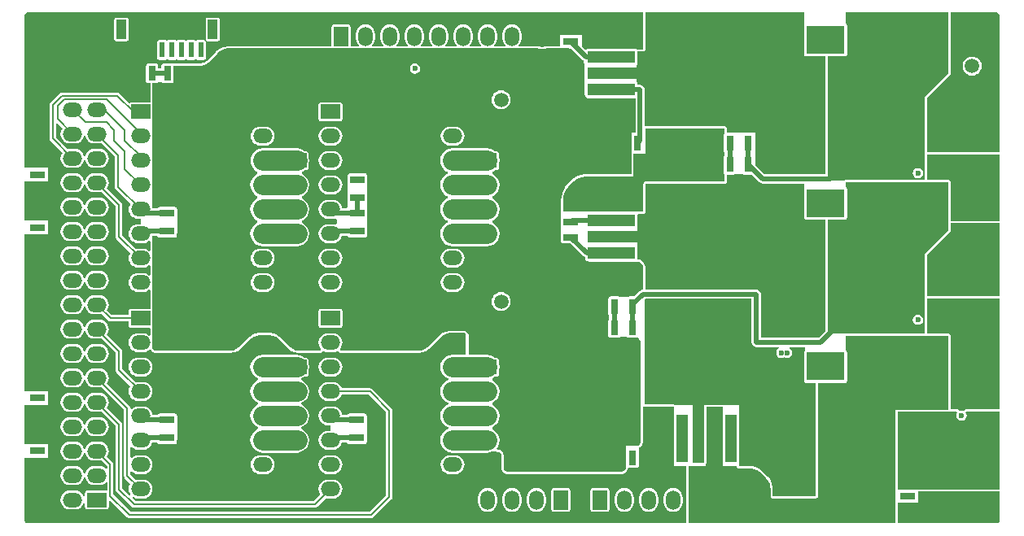
<source format=gtl>
G04 Layer_Physical_Order=1*
G04 Layer_Color=255*
%FSLAX44Y44*%
%MOMM*%
G71*
G01*
G75*
%ADD10R,1.6000X0.8000*%
%ADD11R,4.0000X3.0000*%
%ADD12R,0.8000X1.6000*%
%ADD13R,11.0000X11.0000*%
%ADD14R,1.2000X5.0000*%
%ADD15R,1.2000X8.0000*%
%ADD16R,11.0000X11.0000*%
%ADD17R,5.0000X1.2000*%
%ADD18R,8.0000X1.2000*%
%ADD19R,1.0000X2.0000*%
%ADD20R,0.6000X1.6000*%
%ADD21C,0.5000*%
%ADD22C,0.2032*%
%ADD23C,2.1000*%
%ADD24C,1.7500*%
%ADD25C,2.0000*%
%ADD26C,3.0000*%
%ADD27C,1.5000*%
%ADD28R,2.0000X1.5000*%
%ADD29O,2.0000X1.5000*%
%ADD30R,1.5000X2.0000*%
%ADD31O,1.5000X2.0000*%
%ADD32C,0.6000*%
G36*
X1265851Y370331D02*
X1231478D01*
X1231143Y370264D01*
X1230802Y370230D01*
X1230700Y370176D01*
X1230586Y370153D01*
X1230302Y369963D01*
X1230000Y369802D01*
X1229926Y369712D01*
X1229830Y369648D01*
X1229640Y369363D01*
X1229423Y369099D01*
X1229266Y368806D01*
X1228562Y368629D01*
X1226500Y369039D01*
X1224438Y368629D01*
X1223734Y368806D01*
X1223577Y369099D01*
X1223360Y369363D01*
X1223170Y369648D01*
X1223074Y369712D01*
X1223000Y369802D01*
X1222698Y369963D01*
X1222414Y370153D01*
X1222300Y370176D01*
X1222198Y370230D01*
X1221858Y370264D01*
X1221522Y370331D01*
X1215331D01*
Y447000D01*
X1215153Y447892D01*
X1214648Y448648D01*
X1213892Y449153D01*
X1213000Y449331D01*
X1190331D01*
Y485669D01*
X1265851D01*
Y370331D01*
D02*
G37*
G36*
X1263567Y783351D02*
X1264615Y782916D01*
X1265417Y782115D01*
X1265851Y781067D01*
X1265851Y780500D01*
Y780500D01*
Y780500D01*
Y638000D01*
X1190331D01*
Y694035D01*
X1214648Y718352D01*
X1215153Y719108D01*
X1215331Y720000D01*
X1215331Y783351D01*
X1263000D01*
X1263567Y783351D01*
D02*
G37*
G36*
X980000Y657247D02*
X979852Y657148D01*
X979347Y656392D01*
X979169Y655500D01*
Y639500D01*
X979347Y638608D01*
X979852Y637852D01*
X980000Y637753D01*
Y634747D01*
X979852Y634648D01*
X979347Y633892D01*
X979169Y633000D01*
Y617000D01*
X979347Y616108D01*
X979852Y615352D01*
X980000Y615253D01*
Y607331D01*
X897750D01*
X896858Y607153D01*
X896102Y606648D01*
X895597Y605892D01*
X895419Y605000D01*
Y576000D01*
X812331D01*
Y579379D01*
X812286Y579604D01*
Y579833D01*
X812198Y580045D01*
X812153Y580271D01*
X812065Y580403D01*
X812000Y580730D01*
Y588270D01*
X812059Y588567D01*
X812153Y588693D01*
X812222Y588971D01*
X812332Y589235D01*
Y589408D01*
X812374Y589576D01*
X812427Y590658D01*
X813202Y594555D01*
X814700Y598172D01*
X816907Y601475D01*
X818225Y602928D01*
X821658Y606362D01*
X823213Y607771D01*
X826747Y610133D01*
X830620Y611737D01*
X834789Y612566D01*
X836889Y612669D01*
X883000Y612669D01*
X883892Y612847D01*
X884648Y613352D01*
X885153Y614108D01*
X885331Y615000D01*
Y636000D01*
X898000D01*
Y662669D01*
X980000D01*
Y657247D01*
D02*
G37*
G36*
X1265851Y287000D02*
X1160331D01*
Y367669D01*
X1213000D01*
X1213892Y367847D01*
X1214121Y368000D01*
X1221522D01*
X1222201Y366730D01*
X1221521Y365713D01*
X1221111Y363650D01*
X1221521Y361587D01*
X1222689Y359839D01*
X1224437Y358671D01*
X1226500Y358260D01*
X1228562Y358671D01*
X1230311Y359839D01*
X1231479Y361587D01*
X1231890Y363650D01*
X1231479Y365713D01*
X1230799Y366730D01*
X1231478Y368000D01*
X1265851D01*
Y287000D01*
D02*
G37*
G36*
X1008120Y440000D02*
X1008492Y438133D01*
X1009000Y437372D01*
Y437000D01*
X1009249D01*
X1009549Y436549D01*
X1011133Y435492D01*
X1013000Y435120D01*
X1036533D01*
X1036689Y434681D01*
X1036744Y433850D01*
X1035189Y432811D01*
X1034021Y431063D01*
X1033611Y429000D01*
X1034021Y426937D01*
X1035189Y425189D01*
X1036937Y424021D01*
X1039000Y423610D01*
X1041062Y424021D01*
X1042000Y424647D01*
X1042937Y424021D01*
X1045000Y423610D01*
X1047063Y424021D01*
X1048811Y425189D01*
X1049979Y426937D01*
X1050389Y429000D01*
X1049979Y431063D01*
X1048811Y432811D01*
X1047256Y433850D01*
X1047311Y434681D01*
X1047467Y435120D01*
X1064000D01*
Y432081D01*
X1063352Y431648D01*
X1062847Y430892D01*
X1062669Y430000D01*
Y400000D01*
X1062847Y399108D01*
X1063352Y398352D01*
X1064108Y397847D01*
X1065000Y397669D01*
X1075000D01*
Y280000D01*
X1030000D01*
X1030000Y287675D01*
X1029915Y289408D01*
X1029239Y292808D01*
X1027912Y296011D01*
X1025986Y298894D01*
X1024820Y300179D01*
X1024820Y300180D01*
X1024820Y300180D01*
X1019180Y305820D01*
X1017894Y306986D01*
X1015011Y308912D01*
X1011808Y310238D01*
X1008408Y310915D01*
X1006675Y311000D01*
X1006675Y311000D01*
X1006675Y311000D01*
X995000Y311000D01*
Y375000D01*
X928001D01*
X927892Y375073D01*
X927000Y375250D01*
X897730D01*
X897549Y375286D01*
X897319D01*
X897094Y375331D01*
X897000D01*
Y485099D01*
X897021Y485120D01*
X1008120D01*
Y440000D01*
D02*
G37*
G36*
X1213000Y720000D02*
X1188000Y695000D01*
Y609331D01*
X1106000Y609331D01*
X1105108Y609153D01*
X1104352Y608648D01*
X1103919Y608000D01*
X1087000D01*
Y613758D01*
X1087153Y613988D01*
X1087331Y614880D01*
Y737669D01*
X1105000D01*
X1105892Y737847D01*
X1106648Y738352D01*
X1107153Y739108D01*
X1107331Y740000D01*
Y770000D01*
X1107153Y770892D01*
X1106648Y771648D01*
X1106000Y772081D01*
Y783351D01*
X1213000D01*
X1213000Y720000D01*
D02*
G37*
G36*
X1213000Y370000D02*
X1158000D01*
Y251649D01*
X942331D01*
Y311000D01*
X960000D01*
Y313003D01*
X960148Y313102D01*
X960653Y313858D01*
X960831Y314750D01*
Y372669D01*
X978000D01*
Y311000D01*
X992669D01*
X992847Y310108D01*
X993352Y309352D01*
X994108Y308847D01*
X995000Y308669D01*
X1006616Y308669D01*
X1008122Y308595D01*
X1011128Y307997D01*
X1013907Y306846D01*
X1016456Y305143D01*
X1017572Y304132D01*
X1023131Y298572D01*
X1024143Y297456D01*
X1025846Y294907D01*
X1026997Y292129D01*
X1027595Y289122D01*
X1027669Y287618D01*
X1027669Y280000D01*
X1027847Y279108D01*
X1028352Y278352D01*
X1029108Y277847D01*
X1030000Y277669D01*
X1075000D01*
X1075892Y277847D01*
X1076648Y278352D01*
X1077153Y279108D01*
X1077331Y280000D01*
Y397669D01*
X1105000D01*
X1105892Y397847D01*
X1106648Y398352D01*
X1107153Y399108D01*
X1107331Y400000D01*
Y430000D01*
X1107153Y430892D01*
X1106648Y431648D01*
X1106000Y432081D01*
Y447000D01*
X1213000D01*
Y370000D01*
D02*
G37*
G36*
X1063000Y771122D02*
X1062847Y770892D01*
X1062669Y770000D01*
Y740000D01*
X1062847Y739108D01*
X1063000Y738879D01*
Y738000D01*
X1063879D01*
X1064108Y737847D01*
X1065000Y737669D01*
X1085000D01*
Y614880D01*
X1021521D01*
X1012000Y624401D01*
Y658000D01*
X982331D01*
Y662669D01*
X982153Y663561D01*
X981648Y664317D01*
X981000Y664750D01*
Y665000D01*
X980000D01*
X980000Y665000D01*
X898000D01*
X896880Y665383D01*
Y703000D01*
X896508Y704867D01*
X895451Y706451D01*
X893867Y707508D01*
X892000Y707880D01*
X889581D01*
Y709000D01*
X889403Y709892D01*
X888898Y710648D01*
X888142Y711153D01*
X888000Y711182D01*
Y728818D01*
X888142Y728847D01*
X888898Y729352D01*
X889403Y730108D01*
X889581Y731000D01*
Y742669D01*
X895000D01*
X895892Y742847D01*
X896648Y743352D01*
X897153Y744108D01*
X897331Y745000D01*
Y765967D01*
X897979Y766937D01*
X898390Y769000D01*
X897979Y771062D01*
X897331Y772033D01*
Y783351D01*
X1063000D01*
Y771122D01*
D02*
G37*
G36*
X255000Y783351D02*
X255000Y783351D01*
X255000Y783351D01*
X895000Y783351D01*
Y745000D01*
X888371D01*
X888142Y745153D01*
X887250Y745331D01*
X837250D01*
X836358Y745153D01*
X836129Y745000D01*
X834901D01*
X832000Y747901D01*
Y760000D01*
X809000D01*
Y748331D01*
X795155D01*
X794819Y748264D01*
X794479Y748230D01*
X792932Y747761D01*
X790000Y747472D01*
X787068Y747761D01*
X785521Y748230D01*
X785181Y748264D01*
X784845Y748331D01*
X765528D01*
X765367Y748804D01*
X765779Y749120D01*
X767348Y751165D01*
X768334Y753545D01*
X768670Y756100D01*
Y761100D01*
X768334Y763655D01*
X767348Y766035D01*
X765779Y768080D01*
X763735Y769648D01*
X761355Y770634D01*
X758800Y770971D01*
X756245Y770634D01*
X753865Y769648D01*
X751821Y768080D01*
X750252Y766035D01*
X749266Y763655D01*
X748930Y761100D01*
Y756100D01*
X749266Y753545D01*
X750252Y751165D01*
X751821Y749120D01*
X752233Y748804D01*
X752072Y748331D01*
X740128D01*
X739967Y748804D01*
X740379Y749120D01*
X741948Y751165D01*
X742934Y753545D01*
X743270Y756100D01*
Y761100D01*
X742934Y763655D01*
X741948Y766035D01*
X740379Y768080D01*
X738335Y769648D01*
X735955Y770634D01*
X733400Y770971D01*
X730845Y770634D01*
X728465Y769648D01*
X726421Y768080D01*
X724852Y766035D01*
X723866Y763655D01*
X723530Y761100D01*
Y756100D01*
X723866Y753545D01*
X724852Y751165D01*
X726421Y749120D01*
X726833Y748804D01*
X726672Y748331D01*
X714728D01*
X714567Y748804D01*
X714979Y749120D01*
X716548Y751165D01*
X717534Y753545D01*
X717870Y756100D01*
Y761100D01*
X717534Y763655D01*
X716548Y766035D01*
X714979Y768080D01*
X712935Y769648D01*
X710555Y770634D01*
X708000Y770971D01*
X705445Y770634D01*
X703065Y769648D01*
X701021Y768080D01*
X699452Y766035D01*
X698466Y763655D01*
X698130Y761100D01*
Y756100D01*
X698466Y753545D01*
X699452Y751165D01*
X701021Y749120D01*
X701433Y748804D01*
X701272Y748331D01*
X689328D01*
X689167Y748804D01*
X689579Y749120D01*
X691148Y751165D01*
X692134Y753545D01*
X692470Y756100D01*
Y761100D01*
X692134Y763655D01*
X691148Y766035D01*
X689579Y768080D01*
X687535Y769648D01*
X685155Y770634D01*
X682600Y770971D01*
X680045Y770634D01*
X677665Y769648D01*
X675620Y768080D01*
X674052Y766035D01*
X673066Y763655D01*
X672730Y761100D01*
Y756100D01*
X673066Y753545D01*
X674052Y751165D01*
X675620Y749120D01*
X676033Y748804D01*
X675872Y748331D01*
X663928D01*
X663767Y748804D01*
X664180Y749120D01*
X665748Y751165D01*
X666734Y753545D01*
X667070Y756100D01*
Y761100D01*
X666734Y763655D01*
X665748Y766035D01*
X664180Y768080D01*
X662135Y769648D01*
X659755Y770634D01*
X657200Y770971D01*
X654645Y770634D01*
X652265Y769648D01*
X650220Y768080D01*
X648652Y766035D01*
X647666Y763655D01*
X647330Y761100D01*
Y756100D01*
X647666Y753545D01*
X648652Y751165D01*
X650220Y749120D01*
X650633Y748804D01*
X650472Y748331D01*
X638528D01*
X638367Y748804D01*
X638779Y749120D01*
X640348Y751165D01*
X641334Y753545D01*
X641670Y756100D01*
Y761100D01*
X641334Y763655D01*
X640348Y766035D01*
X638779Y768080D01*
X636735Y769648D01*
X634355Y770634D01*
X631800Y770971D01*
X629245Y770634D01*
X626865Y769648D01*
X624821Y768080D01*
X623252Y766035D01*
X622266Y763655D01*
X621930Y761100D01*
Y756100D01*
X622266Y753545D01*
X623252Y751165D01*
X624821Y749120D01*
X625233Y748804D01*
X625072Y748331D01*
X613128D01*
X612967Y748804D01*
X613380Y749120D01*
X614948Y751165D01*
X615934Y753545D01*
X616270Y756100D01*
Y761100D01*
X615934Y763655D01*
X614948Y766035D01*
X613380Y768080D01*
X611335Y769648D01*
X608955Y770634D01*
X606400Y770971D01*
X603845Y770634D01*
X601465Y769648D01*
X599421Y768080D01*
X597852Y766035D01*
X596866Y763655D01*
X596530Y761100D01*
Y756100D01*
X596866Y753545D01*
X597852Y751165D01*
X599421Y749120D01*
X599833Y748804D01*
X599672Y748331D01*
X591219D01*
X590831Y748831D01*
Y768600D01*
X590653Y769492D01*
X590148Y770248D01*
X589392Y770753D01*
X588500Y770931D01*
X573500D01*
X572608Y770753D01*
X571852Y770248D01*
X571347Y769492D01*
X571169Y768600D01*
Y748600D01*
X570948Y748331D01*
X465243Y748331D01*
X463402Y748331D01*
X463176Y748286D01*
X462947D01*
X459335Y747568D01*
X459123Y747480D01*
X458898Y747435D01*
X455496Y746026D01*
X455305Y745899D01*
X455093Y745811D01*
X452038Y743769D01*
X451876Y743607D01*
X451686Y743480D01*
X450433Y742229D01*
X450432Y742228D01*
X450431Y742227D01*
X450377Y742173D01*
X450377Y742173D01*
X441367Y733163D01*
X440674Y732535D01*
X439074Y731466D01*
X437350Y730752D01*
X435462Y730377D01*
X434528Y730331D01*
X423500D01*
X423500Y730331D01*
X415500D01*
X415500Y730331D01*
X406831D01*
X405939Y730153D01*
X405665Y729971D01*
X405392Y730153D01*
X404500Y730331D01*
X396500D01*
X395608Y730153D01*
X394852Y729648D01*
X394347Y728892D01*
X394169Y728000D01*
Y724880D01*
X390831D01*
Y728000D01*
X390653Y728892D01*
X390148Y729648D01*
X389392Y730153D01*
X388500Y730331D01*
X380500D01*
X379608Y730153D01*
X378852Y729648D01*
X378347Y728892D01*
X378169Y728000D01*
Y712000D01*
X378347Y711108D01*
X378852Y710352D01*
X379608Y709847D01*
X380500Y709669D01*
X382669D01*
Y700000D01*
D01*
Y689970D01*
X382500Y689831D01*
X362500D01*
X361608Y689653D01*
X360852Y689148D01*
X360634Y689127D01*
X350698Y699064D01*
X349605Y699793D01*
X348567Y700000D01*
X348317Y700050D01*
X290683D01*
X290433Y700000D01*
X289395Y699793D01*
X288302Y699064D01*
X278619Y689381D01*
X277890Y688288D01*
X277633Y687000D01*
Y652200D01*
X277890Y650912D01*
X278619Y649819D01*
X291139Y637300D01*
X290552Y636535D01*
X289566Y634155D01*
X289230Y631600D01*
X289566Y629045D01*
X290552Y626665D01*
X292120Y624621D01*
X294165Y623052D01*
X296545Y622066D01*
X299100Y621730D01*
X304100D01*
X306655Y622066D01*
X309035Y623052D01*
X311080Y624621D01*
X312648Y626665D01*
X313634Y629045D01*
X313659Y629238D01*
X314940D01*
X314966Y629045D01*
X315952Y626665D01*
X317521Y624621D01*
X319565Y623052D01*
X321945Y622066D01*
X324500Y621730D01*
X329500D01*
X332055Y622066D01*
X334435Y623052D01*
X336479Y624621D01*
X338048Y626665D01*
X339034Y629045D01*
X339370Y631600D01*
X339034Y634155D01*
X338048Y636535D01*
X336479Y638579D01*
X334435Y640148D01*
X332055Y641134D01*
X329500Y641470D01*
X324500D01*
X321945Y641134D01*
X319565Y640148D01*
X317521Y638579D01*
X315952Y636535D01*
X314966Y634155D01*
X314940Y633962D01*
X313659D01*
X313634Y634155D01*
X312648Y636535D01*
X311080Y638579D01*
X309035Y640148D01*
X306655Y641134D01*
X304100Y641470D01*
X299100D01*
X296794Y641167D01*
X284367Y653595D01*
Y667813D01*
X285540Y668299D01*
X291139Y662700D01*
X290552Y661935D01*
X289566Y659555D01*
X289230Y657000D01*
X289566Y654445D01*
X290552Y652065D01*
X292120Y650021D01*
X294165Y648452D01*
X296545Y647466D01*
X299100Y647130D01*
X304100D01*
X306655Y647466D01*
X309035Y648452D01*
X311080Y650021D01*
X312648Y652065D01*
X313634Y654445D01*
X313659Y654638D01*
X314940D01*
X314966Y654445D01*
X315952Y652065D01*
X317521Y650021D01*
X319565Y648452D01*
X321945Y647466D01*
X324500Y647130D01*
X329500D01*
X331806Y647433D01*
X345633Y633605D01*
Y601900D01*
X345890Y600612D01*
X346619Y599519D01*
X362039Y584100D01*
X361452Y583335D01*
X360466Y580955D01*
X360130Y578400D01*
X360466Y575845D01*
X361452Y573465D01*
X363021Y571421D01*
X365065Y569852D01*
X367445Y568866D01*
X370000Y568530D01*
X372500D01*
Y562870D01*
X370000D01*
X367445Y562534D01*
X365065Y561548D01*
X363021Y559980D01*
X361452Y557935D01*
X360466Y555555D01*
X360130Y553000D01*
X360466Y550445D01*
X361452Y548065D01*
X363021Y546021D01*
X365065Y544452D01*
X367445Y543466D01*
X370000Y543130D01*
X375000D01*
X377555Y543466D01*
X379935Y544452D01*
X381399Y545575D01*
X382669Y544949D01*
Y535651D01*
X381399Y535025D01*
X379935Y536148D01*
X377555Y537134D01*
X375000Y537471D01*
X370000D01*
X367694Y537167D01*
X353367Y551495D01*
Y583200D01*
X353110Y584488D01*
X352381Y585581D01*
X337461Y600500D01*
X338048Y601265D01*
X339034Y603645D01*
X339370Y606200D01*
X339034Y608755D01*
X338048Y611135D01*
X336479Y613180D01*
X334435Y614748D01*
X332055Y615734D01*
X329500Y616070D01*
X324500D01*
X321945Y615734D01*
X319565Y614748D01*
X317521Y613180D01*
X315952Y611135D01*
X314966Y608755D01*
X314940Y608562D01*
X313659D01*
X313634Y608755D01*
X312648Y611135D01*
X311080Y613180D01*
X309035Y614748D01*
X306655Y615734D01*
X304100Y616070D01*
X299100D01*
X296545Y615734D01*
X294165Y614748D01*
X292120Y613180D01*
X290552Y611135D01*
X289566Y608755D01*
X289230Y606200D01*
X289566Y603645D01*
X290552Y601265D01*
X292120Y599221D01*
X294165Y597652D01*
X296545Y596666D01*
X299100Y596330D01*
X304100D01*
X306655Y596666D01*
X309035Y597652D01*
X311080Y599221D01*
X312648Y601265D01*
X313634Y603645D01*
X313659Y603838D01*
X314940D01*
X314966Y603645D01*
X315952Y601265D01*
X317521Y599221D01*
X319565Y597652D01*
X321945Y596666D01*
X324500Y596330D01*
X329500D01*
X331806Y596633D01*
X346633Y581805D01*
Y550100D01*
X346890Y548812D01*
X347619Y547719D01*
X362039Y533300D01*
X361452Y532535D01*
X360466Y530155D01*
X360130Y527600D01*
X360466Y525045D01*
X361452Y522665D01*
X363021Y520620D01*
X365065Y519052D01*
X367445Y518066D01*
X370000Y517730D01*
X375000D01*
X377555Y518066D01*
X379935Y519052D01*
X381399Y520175D01*
X382669Y519549D01*
Y510251D01*
X381399Y509625D01*
X379935Y510748D01*
X377555Y511734D01*
X375000Y512071D01*
X370000D01*
X367445Y511734D01*
X365065Y510748D01*
X363021Y509179D01*
X361452Y507135D01*
X360466Y504755D01*
X360130Y502200D01*
X360466Y499645D01*
X361452Y497265D01*
X363021Y495220D01*
X365065Y493652D01*
X367445Y492666D01*
X370000Y492330D01*
X375000D01*
X377555Y492666D01*
X379935Y493652D01*
X381399Y494775D01*
X382669Y494149D01*
X382669Y474970D01*
X382500Y474831D01*
X362500D01*
X361608Y474653D01*
X360852Y474148D01*
X360347Y473392D01*
X360169Y472500D01*
Y468367D01*
X342594D01*
X337461Y473500D01*
X338048Y474265D01*
X339034Y476645D01*
X339370Y479200D01*
X339034Y481755D01*
X338048Y484135D01*
X336479Y486180D01*
X334435Y487748D01*
X332055Y488734D01*
X329500Y489070D01*
X324500D01*
X321945Y488734D01*
X319565Y487748D01*
X317521Y486180D01*
X315952Y484135D01*
X314966Y481755D01*
X314940Y481562D01*
X313659D01*
X313634Y481755D01*
X312648Y484135D01*
X311080Y486180D01*
X309035Y487748D01*
X306655Y488734D01*
X304100Y489070D01*
X299100D01*
X296545Y488734D01*
X294165Y487748D01*
X292120Y486180D01*
X290552Y484135D01*
X289566Y481755D01*
X289230Y479200D01*
X289566Y476645D01*
X290552Y474265D01*
X292120Y472220D01*
X294165Y470652D01*
X296545Y469666D01*
X299100Y469330D01*
X304100D01*
X306655Y469666D01*
X309035Y470652D01*
X311080Y472220D01*
X312648Y474265D01*
X313634Y476645D01*
X313659Y476838D01*
X314940D01*
X314966Y476645D01*
X315952Y474265D01*
X317521Y472220D01*
X319565Y470652D01*
X321945Y469666D01*
X324500Y469330D01*
X329500D01*
X331806Y469633D01*
X338819Y462619D01*
X339912Y461890D01*
X341200Y461633D01*
X360169D01*
Y457500D01*
X360347Y456608D01*
X360852Y455852D01*
X361608Y455347D01*
X362500Y455169D01*
X381399D01*
X382669Y453969D01*
Y447651D01*
X381399Y447025D01*
X379935Y448148D01*
X377555Y449134D01*
X375000Y449470D01*
X370000D01*
X367445Y449134D01*
X365065Y448148D01*
X363021Y446580D01*
X361452Y444535D01*
X360466Y442155D01*
X360130Y439600D01*
X360466Y437045D01*
X361452Y434665D01*
X363021Y432621D01*
X365065Y431052D01*
X367445Y430066D01*
X370000Y429730D01*
X375000D01*
X377555Y430066D01*
X379935Y431052D01*
X381812Y432492D01*
X382563Y432452D01*
X383290Y432242D01*
X383455Y431842D01*
X383455Y431842D01*
X383455Y431842D01*
X383773Y431367D01*
X383960Y431086D01*
X383960Y431086D01*
X383960Y431086D01*
X385086Y429961D01*
X385086Y429961D01*
X385086Y429961D01*
X385461Y429710D01*
X385842Y429455D01*
X385842Y429455D01*
X385842Y429455D01*
X387312Y428847D01*
X387312Y428846D01*
X387313Y428846D01*
X387824Y428745D01*
X388204Y428669D01*
X388204Y428669D01*
X388204Y428669D01*
X389000Y428669D01*
X465795D01*
X466020Y428714D01*
X466250D01*
X469435Y429347D01*
X469647Y429435D01*
X469872Y429480D01*
X472872Y430723D01*
X473063Y430850D01*
X473275Y430938D01*
X475975Y432742D01*
X476137Y432905D01*
X476328Y433032D01*
X477476Y434180D01*
X477477Y434180D01*
X486428Y443132D01*
X487544Y444143D01*
X490093Y445846D01*
X492871Y446997D01*
X495877Y447595D01*
X497388Y447669D01*
X505618Y447669D01*
X507122Y447595D01*
X510129Y446997D01*
X512907Y445847D01*
X515442Y444152D01*
X515442Y444152D01*
X515443Y444152D01*
X515456Y444143D01*
X516571Y443133D01*
X525816Y433887D01*
X526895Y432809D01*
X527086Y432681D01*
X527248Y432519D01*
X529784Y430825D01*
X529996Y430737D01*
X530187Y430609D01*
X533005Y429442D01*
X533230Y429397D01*
X533442Y429309D01*
X536434Y428714D01*
X536664D01*
X536889Y428669D01*
X538414Y428669D01*
X559347D01*
X559530Y428705D01*
X559715Y428699D01*
X559971Y428793D01*
X560239Y428847D01*
X560394Y428950D01*
X560568Y429015D01*
X560768Y429200D01*
X560995Y429352D01*
X561099Y429506D01*
X561235Y429633D01*
X561625Y430172D01*
X562430Y430926D01*
X563313Y430742D01*
X564945Y430066D01*
X567500Y429730D01*
X572500D01*
X575055Y430066D01*
X576687Y430742D01*
X577570Y430926D01*
X578375Y430172D01*
X578765Y429633D01*
X578901Y429506D01*
X579005Y429352D01*
X579232Y429200D01*
X579432Y429015D01*
X579606Y428950D01*
X579761Y428847D01*
X580029Y428793D01*
X580284Y428699D01*
X580470Y428705D01*
X580653Y428669D01*
X660171Y428669D01*
X661795Y428669D01*
X662020Y428714D01*
X662250D01*
X665435Y429347D01*
X665647Y429435D01*
X665872Y429480D01*
X668872Y430723D01*
X669063Y430850D01*
X669275Y430938D01*
X671975Y432742D01*
X672137Y432905D01*
X672328Y433032D01*
X673476Y434180D01*
X673477Y434180D01*
X684428Y445132D01*
X685544Y446143D01*
X688092Y447846D01*
X690871Y448997D01*
X693877Y449595D01*
X695388Y449669D01*
X708296Y449669D01*
X708928Y449607D01*
X710195Y449082D01*
X711000Y448278D01*
Y427096D01*
X697000D01*
X693662Y426657D01*
X690552Y425369D01*
X687881Y423319D01*
X685831Y420648D01*
X684543Y417538D01*
X684104Y414200D01*
X684543Y410862D01*
X685831Y407752D01*
X687881Y405081D01*
X690552Y403032D01*
X692590Y402187D01*
Y400813D01*
X690552Y399969D01*
X687881Y397919D01*
X685831Y395248D01*
X684543Y392138D01*
X684104Y388800D01*
X684543Y385462D01*
X685831Y382352D01*
X687881Y379681D01*
X690552Y377631D01*
X692590Y376787D01*
Y375413D01*
X690552Y374569D01*
X687881Y372519D01*
X685831Y369848D01*
X684543Y366738D01*
X684104Y363400D01*
X684543Y360062D01*
X685831Y356952D01*
X687881Y354281D01*
X690552Y352231D01*
X692590Y351387D01*
Y350013D01*
X690552Y349169D01*
X687881Y347119D01*
X685831Y344448D01*
X684543Y341338D01*
X684104Y338000D01*
X684543Y334662D01*
X685831Y331552D01*
X687881Y328881D01*
X690552Y326832D01*
X693059Y325793D01*
X693662Y325543D01*
X697000Y325104D01*
X732900D01*
X736238Y325543D01*
X737341Y326000D01*
X742742D01*
X742972Y325846D01*
X743048Y325831D01*
X743115Y325793D01*
X743492Y325743D01*
X743864Y325669D01*
X744706D01*
X745258Y325615D01*
X746378Y325151D01*
X747151Y324378D01*
X747615Y323259D01*
X747669Y322703D01*
X747669Y310000D01*
X747669Y309006D01*
X747669Y309006D01*
X747669Y309006D01*
X747846Y308114D01*
X747846Y308114D01*
X747846Y308114D01*
X748607Y306276D01*
X749113Y305520D01*
X749113Y305520D01*
X750519Y304113D01*
X751275Y303608D01*
X751275Y303608D01*
X753113Y302847D01*
X753113Y302847D01*
X753602Y302749D01*
X754005Y302669D01*
X755000Y302669D01*
X872000Y302669D01*
X872994D01*
X873886Y302847D01*
X875724Y303608D01*
X876480Y304113D01*
X877887Y305519D01*
X878392Y306276D01*
X879153Y308113D01*
X879273Y308717D01*
X879364Y309024D01*
X880500Y309669D01*
X888500D01*
X889392Y309847D01*
X890148Y310352D01*
X890653Y311108D01*
X890831Y312000D01*
Y328000D01*
X890653Y328892D01*
X891130Y330403D01*
X891441Y330532D01*
X892197Y331037D01*
X892197Y331037D01*
X893463Y332303D01*
X893968Y333059D01*
X894653Y334713D01*
X894830Y335605D01*
X894830Y336499D01*
X894831Y336500D01*
X894831Y373000D01*
X897094D01*
X897500Y372919D01*
X927000D01*
Y311000D01*
X940000D01*
Y251649D01*
X255000D01*
X254333Y251649D01*
X253102Y252160D01*
X252160Y253102D01*
X251649Y254333D01*
Y255000D01*
Y320000D01*
X276000D01*
Y334000D01*
X251649D01*
Y375000D01*
X276000D01*
Y389000D01*
X251649D01*
X251649Y552500D01*
X276000D01*
Y566500D01*
X251649D01*
Y607500D01*
X276000D01*
Y621500D01*
X251649D01*
Y700050D01*
Y780000D01*
X251649Y780000D01*
X251649Y780000D01*
X251649Y780667D01*
X252160Y781898D01*
X253102Y782840D01*
X254333Y783351D01*
X255000Y783351D01*
D02*
G37*
G36*
X465243Y746000D02*
X784845Y746000D01*
X786611Y745464D01*
X790000Y745130D01*
X793389Y745464D01*
X795155Y746000D01*
X817586D01*
X817586Y746000D01*
X817586Y746000D01*
X817588D01*
X819428Y745795D01*
X819990Y745683D01*
X820717Y745382D01*
X832549Y733550D01*
X832550Y733549D01*
X832926Y733298D01*
X833590Y731694D01*
X834000Y729635D01*
X834000Y728586D01*
X834000Y699000D01*
X834096Y698024D01*
X834843Y696222D01*
X835379Y695685D01*
X835602Y695352D01*
X835936Y695129D01*
X836222Y694842D01*
X838025Y694096D01*
X839000Y694000D01*
X887120Y694000D01*
Y658000D01*
X883000D01*
Y615000D01*
X836828Y615000D01*
X836828Y615000D01*
X834502Y614885D01*
X829940Y613978D01*
X825643Y612198D01*
X821776Y609614D01*
X820050Y608050D01*
X816535Y604535D01*
X816535Y604535D01*
X815065Y602913D01*
X812635Y599276D01*
X810961Y595235D01*
X810107Y590944D01*
X810046Y589690D01*
X809847Y589392D01*
X809669Y588500D01*
Y580500D01*
X809847Y579608D01*
X810000Y579379D01*
Y570621D01*
X809847Y570392D01*
X809669Y569500D01*
Y561500D01*
X809847Y560608D01*
X810000Y560379D01*
Y554621D01*
X809847Y554392D01*
X809669Y553500D01*
Y545500D01*
X809847Y544608D01*
X810000Y544379D01*
Y544000D01*
X810253D01*
X810352Y543852D01*
X811108Y543347D01*
X812000Y543169D01*
X819430D01*
X833049Y529550D01*
X833049Y529549D01*
X834633Y528492D01*
X834919Y528435D01*
Y527000D01*
X835097Y526108D01*
X835602Y525352D01*
X836358Y524847D01*
X837250Y524669D01*
X838831D01*
X839500Y524000D01*
X889000Y524000D01*
X889000Y524000D01*
X889000Y524000D01*
X890882Y523715D01*
X892399Y523087D01*
X894087Y521399D01*
X895000Y519193D01*
Y494880D01*
X893133Y494508D01*
X891550Y493451D01*
X891549Y493450D01*
X885930Y487831D01*
X880500D01*
X879608Y487653D01*
X878852Y487148D01*
X878753Y487000D01*
X871247Y487000D01*
X871148Y487148D01*
X870392Y487653D01*
X869500Y487831D01*
X861500D01*
X860608Y487653D01*
X859852Y487148D01*
X859347Y486392D01*
X859169Y485500D01*
Y469500D01*
X859347Y468608D01*
X859852Y467852D01*
X860000Y467753D01*
Y464747D01*
X859852Y464648D01*
X859347Y463892D01*
X859169Y463000D01*
Y447000D01*
X859347Y446108D01*
X859852Y445352D01*
X860608Y444847D01*
X861500Y444669D01*
X869500D01*
X870392Y444847D01*
X871148Y445352D01*
X871581Y446000D01*
X878419D01*
X878852Y445352D01*
X879608Y444847D01*
X880500Y444669D01*
X888500D01*
X889392Y444847D01*
X889545Y444949D01*
X890143Y444549D01*
X891049Y443643D01*
X891760Y442579D01*
X892250Y441396D01*
X892500Y440140D01*
Y439500D01*
X892500Y336500D01*
X892500Y336500D01*
X892500Y335605D01*
X891815Y333951D01*
X890549Y332685D01*
X888895Y332000D01*
X877000Y332000D01*
X877000Y310000D01*
X877000Y310000D01*
Y309005D01*
X876238Y307167D01*
X874832Y305761D01*
X872994Y305000D01*
X872000D01*
X755000Y305000D01*
X754005Y305000D01*
X752167Y305761D01*
X750761Y307168D01*
X750000Y309005D01*
X750000Y310000D01*
X750000Y322820D01*
X750000Y322821D01*
X750000Y322821D01*
X749999Y322822D01*
X749900Y323831D01*
X749573Y324622D01*
X749127Y325698D01*
X747698Y327127D01*
X745831Y327901D01*
X744820Y328000D01*
X743864D01*
X742878Y330000D01*
X744069Y331552D01*
X745357Y334662D01*
X745796Y338000D01*
X745357Y341338D01*
X744069Y344448D01*
X742019Y347119D01*
X739348Y349169D01*
X738264Y349618D01*
Y351782D01*
X739348Y352231D01*
X742019Y354281D01*
X744069Y356952D01*
X745357Y360062D01*
X745796Y363400D01*
X745357Y366738D01*
X744069Y369848D01*
X742019Y372519D01*
X739348Y374569D01*
X738264Y375018D01*
Y377182D01*
X739348Y377631D01*
X742019Y379681D01*
X744069Y382352D01*
X745357Y385462D01*
X745796Y388800D01*
X745357Y392138D01*
X744069Y395248D01*
X742019Y397919D01*
X739348Y399969D01*
X738264Y400418D01*
Y402582D01*
X739348Y403032D01*
X740961Y404269D01*
X743000D01*
X743892Y404447D01*
X744648Y404952D01*
X745153Y405708D01*
X745331Y406600D01*
Y410799D01*
X745357Y410862D01*
X745796Y414200D01*
X745357Y417538D01*
X745331Y417601D01*
Y421600D01*
X745153Y422492D01*
X744648Y423248D01*
X743892Y423753D01*
X743000Y423931D01*
X741222D01*
X739348Y425369D01*
X736238Y426657D01*
X732900Y427096D01*
X714000D01*
Y446410D01*
X714000Y446410D01*
X714000Y446410D01*
X713999Y446412D01*
X713893Y447501D01*
X713596Y448215D01*
X713058Y449516D01*
X711516Y451058D01*
X709501Y451893D01*
X708410Y452000D01*
X695325Y452000D01*
X695325Y452000D01*
X693591Y451915D01*
X690191Y451238D01*
X686988Y449912D01*
X684106Y447986D01*
X682820Y446820D01*
X671829Y435829D01*
X671828Y435828D01*
X670680Y434680D01*
X667980Y432876D01*
X664980Y431633D01*
X661795Y431000D01*
X660172Y431000D01*
X580653Y431000D01*
X580168Y431670D01*
X579771Y433000D01*
X581048Y434665D01*
X582034Y437045D01*
X582370Y439600D01*
X582034Y442155D01*
X581048Y444535D01*
X579479Y446580D01*
X577435Y448148D01*
X575055Y449134D01*
X572500Y449470D01*
X567500D01*
X564945Y449134D01*
X562565Y448148D01*
X560521Y446580D01*
X558952Y444535D01*
X557966Y442155D01*
X557630Y439600D01*
X557966Y437045D01*
X558952Y434665D01*
X560229Y433000D01*
X559832Y431670D01*
X559347Y431000D01*
X538414D01*
X536889Y431000D01*
X533897Y431595D01*
X531079Y432762D01*
X528543Y434457D01*
X527464Y435536D01*
X518180Y444820D01*
X518180Y444820D01*
X516894Y445986D01*
X516737Y446090D01*
X514011Y447912D01*
X510808Y449239D01*
X507408Y449915D01*
X505675Y450000D01*
X497325Y450000D01*
X497325Y450000D01*
X495591Y449915D01*
X492191Y449239D01*
X488988Y447912D01*
X486106Y445986D01*
X484820Y444820D01*
X475828Y435828D01*
X475828Y435828D01*
X474680Y434680D01*
X471980Y432876D01*
X468980Y431633D01*
X465795Y431000D01*
X389000D01*
X388204Y431000D01*
X386734Y431609D01*
X385609Y432734D01*
X385000Y434204D01*
X385000Y435000D01*
X385000Y551120D01*
X389745D01*
X389847Y550608D01*
X390352Y549852D01*
X391108Y549347D01*
X392000Y549169D01*
X408000D01*
X408892Y549347D01*
X409648Y549852D01*
X410153Y550608D01*
X410331Y551500D01*
Y553000D01*
X410590D01*
Y578400D01*
X410331D01*
Y578500D01*
X410153Y579392D01*
X409648Y580148D01*
X408892Y580653D01*
X408000Y580831D01*
X392000D01*
X391108Y580653D01*
X390352Y580148D01*
X389884Y579447D01*
X385000D01*
X385000Y709669D01*
X388500D01*
X389392Y709847D01*
X390148Y710352D01*
X390581Y711000D01*
X394419D01*
X394852Y710352D01*
X395608Y709847D01*
X396500Y709669D01*
X404500D01*
X405392Y709847D01*
X406148Y710352D01*
X406653Y711108D01*
X406831Y712000D01*
Y728000D01*
X434586D01*
X435748Y728057D01*
X438030Y728511D01*
X440178Y729401D01*
X442112Y730693D01*
X442975Y731475D01*
X452025Y740525D01*
X452025Y740525D01*
X452025Y740525D01*
X452080Y740579D01*
X453333Y741831D01*
X456388Y743873D01*
X459790Y745282D01*
X463401Y746000D01*
X465243Y746000D01*
D02*
G37*
G36*
X1265851Y254500D02*
X1265851Y253933D01*
X1265416Y252885D01*
X1264615Y252083D01*
X1263567Y251649D01*
X1160331D01*
Y273000D01*
X1181000D01*
Y284669D01*
X1265851D01*
Y254500D01*
D02*
G37*
G36*
Y566331D02*
X1215331D01*
X1215331Y567601D01*
X1215331Y607000D01*
X1215153Y607892D01*
X1214648Y608648D01*
X1213892Y609153D01*
X1213000Y609331D01*
X1190331D01*
Y635669D01*
X1265851D01*
Y566331D01*
D02*
G37*
G36*
X999608Y614847D02*
X1000500Y614669D01*
X1007930D01*
X1016049Y606550D01*
X1016049Y606549D01*
X1017633Y605492D01*
X1019500Y605120D01*
X1019500Y605120D01*
X1063000D01*
Y601121D01*
X1062847Y600892D01*
X1062669Y600000D01*
Y570000D01*
X1062847Y569108D01*
X1063352Y568352D01*
X1064108Y567847D01*
X1065000Y567669D01*
X1085000D01*
Y451901D01*
X1077979Y444880D01*
X1017880D01*
Y490000D01*
X1017508Y491867D01*
X1016451Y493451D01*
X1014867Y494508D01*
X1013000Y494880D01*
X897331D01*
X897331Y494880D01*
Y519193D01*
X897153Y520085D01*
X896240Y522291D01*
X895735Y523047D01*
X894047Y524735D01*
X894047Y524735D01*
X893291Y525240D01*
X891774Y525868D01*
X891497Y525923D01*
X891231Y526019D01*
X890155Y526182D01*
X889581Y527000D01*
Y539000D01*
X889403Y539892D01*
X889000Y540496D01*
Y559504D01*
X889403Y560108D01*
X889581Y561000D01*
Y573000D01*
X890130Y573669D01*
X895419D01*
X896311Y573847D01*
X897067Y574352D01*
X897573Y575108D01*
X897750Y576000D01*
Y604770D01*
X897788Y604962D01*
X897980Y605000D01*
X980000D01*
X980892Y605177D01*
X981648Y605683D01*
X982153Y606439D01*
X982331Y607331D01*
Y614669D01*
X989500D01*
X990392Y614847D01*
X990621Y615000D01*
X999379D01*
X999608Y614847D01*
D02*
G37*
G36*
X1213000Y607000D02*
X1213000Y557000D01*
X1188000Y532000D01*
Y449331D01*
X1106000D01*
X1105108Y449153D01*
X1104878Y449000D01*
X1087000D01*
Y450780D01*
X1087153Y451009D01*
X1087331Y451901D01*
Y567669D01*
X1105000D01*
X1105892Y567847D01*
X1106648Y568352D01*
X1107153Y569108D01*
X1107331Y570000D01*
Y600000D01*
X1107153Y600892D01*
X1106648Y601648D01*
X1106000Y602081D01*
Y607000D01*
X1213000Y607000D01*
D02*
G37*
G36*
X1265851Y488000D02*
X1190331D01*
Y531035D01*
X1214648Y555352D01*
X1215153Y556108D01*
X1215331Y557000D01*
Y564000D01*
X1265851D01*
Y488000D01*
D02*
G37*
%LPC*%
G36*
X1237500Y737370D02*
X1234945Y737034D01*
X1232565Y736048D01*
X1230520Y734480D01*
X1228952Y732435D01*
X1227966Y730055D01*
X1227629Y727500D01*
X1227966Y724945D01*
X1228952Y722565D01*
X1230520Y720520D01*
X1232565Y718952D01*
X1234945Y717966D01*
X1237500Y717630D01*
X1240055Y717966D01*
X1242435Y718952D01*
X1244480Y720520D01*
X1246048Y722565D01*
X1247034Y724945D01*
X1247370Y727500D01*
X1247034Y730055D01*
X1246048Y732435D01*
X1244480Y734480D01*
X1242435Y736048D01*
X1240055Y737034D01*
X1237500Y737370D01*
D02*
G37*
G36*
X1181150Y621390D02*
X1179088Y620979D01*
X1177339Y619811D01*
X1176171Y618063D01*
X1175760Y616000D01*
X1176171Y613937D01*
X1177339Y612189D01*
X1179088Y611021D01*
X1181150Y610610D01*
X1183213Y611021D01*
X1184961Y612189D01*
X1186129Y613937D01*
X1186540Y616000D01*
X1186129Y618063D01*
X1184961Y619811D01*
X1183213Y620979D01*
X1181150Y621390D01*
D02*
G37*
G36*
X572500Y373270D02*
X567500D01*
X564945Y372934D01*
X562565Y371948D01*
X560521Y370379D01*
X558952Y368335D01*
X557966Y365955D01*
X557630Y363400D01*
X557966Y360845D01*
X558952Y358465D01*
X560521Y356421D01*
X562565Y354852D01*
X564945Y353866D01*
X567500Y353530D01*
X570000D01*
Y347870D01*
X567500D01*
X564945Y347534D01*
X562565Y346548D01*
X560521Y344980D01*
X558952Y342935D01*
X557966Y340555D01*
X557630Y338000D01*
X557966Y335445D01*
X558952Y333065D01*
X560521Y331021D01*
X562565Y329452D01*
X564945Y328466D01*
X567500Y328130D01*
X572500D01*
X575055Y328466D01*
X577435Y329452D01*
X579479Y331021D01*
X581048Y333065D01*
X582034Y335445D01*
X582057Y335620D01*
X587344D01*
X587347Y335608D01*
X587852Y334852D01*
X588608Y334347D01*
X589500Y334169D01*
X605500D01*
X606392Y334347D01*
X607148Y334852D01*
X607653Y335608D01*
X607831Y336500D01*
Y338000D01*
X608090D01*
Y363400D01*
X607831D01*
Y363500D01*
X607653Y364392D01*
X607148Y365148D01*
X606392Y365653D01*
X605500Y365831D01*
X589500D01*
X588608Y365653D01*
X587852Y365148D01*
X587347Y364392D01*
X587324Y364280D01*
X582255D01*
X582034Y365955D01*
X581048Y368335D01*
X579479Y370379D01*
X577435Y371948D01*
X575055Y372934D01*
X572500Y373270D01*
D02*
G37*
G36*
X329500Y362070D02*
X324500D01*
X321945Y361734D01*
X319565Y360748D01*
X317521Y359179D01*
X315952Y357135D01*
X314966Y354755D01*
X314940Y354562D01*
X313659D01*
X313634Y354755D01*
X312648Y357135D01*
X311080Y359179D01*
X309035Y360748D01*
X306655Y361734D01*
X304100Y362070D01*
X299100D01*
X296545Y361734D01*
X294165Y360748D01*
X292120Y359179D01*
X290552Y357135D01*
X289566Y354755D01*
X289230Y352200D01*
X289566Y349645D01*
X290552Y347265D01*
X292120Y345220D01*
X294165Y343652D01*
X296545Y342666D01*
X299100Y342330D01*
X304100D01*
X306655Y342666D01*
X309035Y343652D01*
X311080Y345220D01*
X312648Y347265D01*
X313634Y349645D01*
X313659Y349838D01*
X314940D01*
X314966Y349645D01*
X315952Y347265D01*
X317521Y345220D01*
X319565Y343652D01*
X321945Y342666D01*
X324500Y342330D01*
X329500D01*
X332055Y342666D01*
X334435Y343652D01*
X336479Y345220D01*
X338048Y347265D01*
X339034Y349645D01*
X339370Y352200D01*
X339034Y354755D01*
X338048Y357135D01*
X336479Y359179D01*
X334435Y360748D01*
X332055Y361734D01*
X329500Y362070D01*
D02*
G37*
G36*
Y438270D02*
X324500D01*
X321945Y437934D01*
X319565Y436948D01*
X317521Y435379D01*
X315952Y433335D01*
X314966Y430955D01*
X314940Y430762D01*
X313659D01*
X313634Y430955D01*
X312648Y433335D01*
X311080Y435379D01*
X309035Y436948D01*
X306655Y437934D01*
X304100Y438270D01*
X299100D01*
X296545Y437934D01*
X294165Y436948D01*
X292120Y435379D01*
X290552Y433335D01*
X289566Y430955D01*
X289230Y428400D01*
X289566Y425845D01*
X290552Y423465D01*
X292120Y421421D01*
X294165Y419852D01*
X296545Y418866D01*
X299100Y418530D01*
X304100D01*
X306655Y418866D01*
X309035Y419852D01*
X311080Y421421D01*
X312648Y423465D01*
X313634Y425845D01*
X313659Y426038D01*
X314940D01*
X314966Y425845D01*
X315952Y423465D01*
X317521Y421421D01*
X319565Y419852D01*
X321945Y418866D01*
X324500Y418530D01*
X329500D01*
X332055Y418866D01*
X334435Y419852D01*
X336479Y421421D01*
X338048Y423465D01*
X339034Y425845D01*
X339370Y428400D01*
X339034Y430955D01*
X338048Y433335D01*
X336479Y435379D01*
X334435Y436948D01*
X332055Y437934D01*
X329500Y438270D01*
D02*
G37*
G36*
Y463670D02*
X324500D01*
X321945Y463334D01*
X319565Y462348D01*
X317521Y460779D01*
X315952Y458735D01*
X314966Y456355D01*
X314940Y456162D01*
X313659D01*
X313634Y456355D01*
X312648Y458735D01*
X311080Y460779D01*
X309035Y462348D01*
X306655Y463334D01*
X304100Y463670D01*
X299100D01*
X296545Y463334D01*
X294165Y462348D01*
X292120Y460779D01*
X290552Y458735D01*
X289566Y456355D01*
X289230Y453800D01*
X289566Y451245D01*
X290552Y448865D01*
X292120Y446820D01*
X294165Y445252D01*
X296545Y444266D01*
X299100Y443930D01*
X304100D01*
X306655Y444266D01*
X309035Y445252D01*
X311080Y446820D01*
X312648Y448865D01*
X313634Y451245D01*
X313659Y451438D01*
X314940D01*
X314966Y451245D01*
X315952Y448865D01*
X317521Y446820D01*
X319565Y445252D01*
X321945Y444266D01*
X324500Y443930D01*
X329500D01*
X331806Y444233D01*
X346633Y429406D01*
Y411300D01*
X346890Y410012D01*
X347619Y408919D01*
X362039Y394500D01*
X361452Y393735D01*
X360466Y391355D01*
X360130Y388800D01*
X360466Y386245D01*
X361452Y383865D01*
X363021Y381820D01*
X365065Y380252D01*
X367445Y379266D01*
X370000Y378930D01*
X375000D01*
X377555Y379266D01*
X379935Y380252D01*
X381979Y381820D01*
X383548Y383865D01*
X384534Y386245D01*
X384870Y388800D01*
X384534Y391355D01*
X383548Y393735D01*
X381979Y395779D01*
X379935Y397348D01*
X377555Y398334D01*
X375000Y398670D01*
X370000D01*
X367694Y398367D01*
X353367Y412695D01*
Y430800D01*
X353110Y432088D01*
X352381Y433181D01*
X337461Y448100D01*
X338048Y448865D01*
X339034Y451245D01*
X339370Y453800D01*
X339034Y456355D01*
X338048Y458735D01*
X336479Y460779D01*
X334435Y462348D01*
X332055Y463334D01*
X329500Y463670D01*
D02*
G37*
G36*
X375000Y424070D02*
X370000D01*
X367445Y423734D01*
X365065Y422748D01*
X363021Y421180D01*
X361452Y419135D01*
X360466Y416755D01*
X360130Y414200D01*
X360466Y411645D01*
X361452Y409265D01*
X363021Y407220D01*
X365065Y405652D01*
X367445Y404666D01*
X370000Y404330D01*
X375000D01*
X377555Y404666D01*
X379935Y405652D01*
X381979Y407220D01*
X383548Y409265D01*
X384534Y411645D01*
X384870Y414200D01*
X384534Y416755D01*
X383548Y419135D01*
X381979Y421180D01*
X379935Y422748D01*
X377555Y423734D01*
X375000Y424070D01*
D02*
G37*
G36*
X572500D02*
X567500D01*
X564945Y423734D01*
X562565Y422748D01*
X560521Y421180D01*
X558952Y419135D01*
X557966Y416755D01*
X557630Y414200D01*
X557966Y411645D01*
X558952Y409265D01*
X560521Y407220D01*
X562565Y405652D01*
X564945Y404666D01*
X567500Y404330D01*
X572500D01*
X575055Y404666D01*
X577435Y405652D01*
X579479Y407220D01*
X581048Y409265D01*
X582034Y411645D01*
X582370Y414200D01*
X582034Y416755D01*
X581048Y419135D01*
X579479Y421180D01*
X577435Y422748D01*
X575055Y423734D01*
X572500Y424070D01*
D02*
G37*
G36*
X329500Y412870D02*
X324500D01*
X321945Y412534D01*
X319565Y411548D01*
X317521Y409980D01*
X315952Y407935D01*
X314966Y405555D01*
X314940Y405362D01*
X313659D01*
X313634Y405555D01*
X312648Y407935D01*
X311080Y409980D01*
X309035Y411548D01*
X306655Y412534D01*
X304100Y412870D01*
X299100D01*
X296545Y412534D01*
X294165Y411548D01*
X292120Y409980D01*
X290552Y407935D01*
X289566Y405555D01*
X289230Y403000D01*
X289566Y400445D01*
X290552Y398065D01*
X292120Y396021D01*
X294165Y394452D01*
X296545Y393466D01*
X299100Y393130D01*
X304100D01*
X306655Y393466D01*
X309035Y394452D01*
X311080Y396021D01*
X312648Y398065D01*
X313634Y400445D01*
X313659Y400638D01*
X314940D01*
X314966Y400445D01*
X315952Y398065D01*
X317521Y396021D01*
X319565Y394452D01*
X321945Y393466D01*
X324500Y393130D01*
X329500D01*
X331806Y393433D01*
X355259Y369980D01*
Y301074D01*
X355515Y299786D01*
X356245Y298694D01*
X362039Y292900D01*
X361452Y292135D01*
X360466Y289755D01*
X360130Y287200D01*
X360466Y284645D01*
X361452Y282265D01*
X361978Y281580D01*
X361021Y280740D01*
X353367Y288395D01*
Y354600D01*
X353110Y355888D01*
X352381Y356981D01*
X337461Y371900D01*
X338048Y372665D01*
X339034Y375045D01*
X339370Y377600D01*
X339034Y380155D01*
X338048Y382535D01*
X336479Y384580D01*
X334435Y386148D01*
X332055Y387134D01*
X329500Y387470D01*
X324500D01*
X321945Y387134D01*
X319565Y386148D01*
X317521Y384580D01*
X315952Y382535D01*
X314966Y380155D01*
X314940Y379962D01*
X313659D01*
X313634Y380155D01*
X312648Y382535D01*
X311080Y384580D01*
X309035Y386148D01*
X306655Y387134D01*
X304100Y387470D01*
X299100D01*
X296545Y387134D01*
X294165Y386148D01*
X292120Y384580D01*
X290552Y382535D01*
X289566Y380155D01*
X289230Y377600D01*
X289566Y375045D01*
X290552Y372665D01*
X292120Y370620D01*
X294165Y369052D01*
X296545Y368066D01*
X299100Y367730D01*
X304100D01*
X306655Y368066D01*
X309035Y369052D01*
X311080Y370620D01*
X312648Y372665D01*
X313634Y375045D01*
X313659Y375238D01*
X314940D01*
X314966Y375045D01*
X315952Y372665D01*
X317521Y370620D01*
X319565Y369052D01*
X321945Y368066D01*
X324500Y367730D01*
X329500D01*
X331806Y368033D01*
X346633Y353205D01*
Y287000D01*
X346890Y285712D01*
X347619Y284619D01*
X363619Y268619D01*
X364712Y267890D01*
X366000Y267633D01*
X553800D01*
X555088Y267890D01*
X556181Y268619D01*
X565194Y277633D01*
X567500Y277330D01*
X572500D01*
X575055Y277666D01*
X577435Y278652D01*
X579479Y280221D01*
X581048Y282265D01*
X582034Y284645D01*
X582370Y287200D01*
X582034Y289755D01*
X581048Y292135D01*
X579479Y294179D01*
X577435Y295748D01*
X575055Y296734D01*
X572500Y297070D01*
X567500D01*
X564945Y296734D01*
X562565Y295748D01*
X560521Y294179D01*
X558952Y292135D01*
X557966Y289755D01*
X557630Y287200D01*
X557966Y284645D01*
X558952Y282265D01*
X559539Y281500D01*
X552405Y274367D01*
X367395D01*
X363540Y278221D01*
X364380Y279178D01*
X365065Y278652D01*
X367445Y277666D01*
X370000Y277330D01*
X375000D01*
X377555Y277666D01*
X379935Y278652D01*
X381979Y280221D01*
X383548Y282265D01*
X384534Y284645D01*
X384870Y287200D01*
X384534Y289755D01*
X383548Y292135D01*
X381979Y294179D01*
X379935Y295748D01*
X377555Y296734D01*
X375000Y297070D01*
X370000D01*
X367694Y296767D01*
X361992Y302469D01*
Y305055D01*
X363262Y305435D01*
X365065Y304052D01*
X367445Y303066D01*
X370000Y302730D01*
X375000D01*
X377555Y303066D01*
X379935Y304052D01*
X381979Y305620D01*
X383548Y307665D01*
X384534Y310045D01*
X384870Y312600D01*
X384534Y315155D01*
X383548Y317535D01*
X381979Y319580D01*
X379935Y321148D01*
X377555Y322134D01*
X375000Y322470D01*
X370000D01*
X367445Y322134D01*
X365065Y321148D01*
X363262Y319765D01*
X361992Y320145D01*
Y330455D01*
X363262Y330835D01*
X365065Y329452D01*
X367445Y328466D01*
X370000Y328130D01*
X375000D01*
X377555Y328466D01*
X379935Y329452D01*
X381979Y331021D01*
X383548Y333065D01*
X384534Y335445D01*
X384623Y336120D01*
X389745D01*
X389847Y335608D01*
X390352Y334852D01*
X391108Y334347D01*
X392000Y334169D01*
X408000D01*
X408892Y334347D01*
X409648Y334852D01*
X410153Y335608D01*
X410331Y336500D01*
Y338000D01*
X410590D01*
Y363400D01*
X410331D01*
Y363500D01*
X410153Y364392D01*
X409648Y365148D01*
X408892Y365653D01*
X408000Y365831D01*
X392000D01*
X391108Y365653D01*
X390352Y365148D01*
X389847Y364392D01*
X389824Y364280D01*
X384755D01*
X384534Y365955D01*
X383548Y368335D01*
X381979Y370379D01*
X379935Y371948D01*
X377555Y372934D01*
X375000Y373270D01*
X370000D01*
X367445Y372934D01*
X365065Y371948D01*
X363262Y370565D01*
X361992Y370945D01*
Y371374D01*
X361736Y372663D01*
X361006Y373755D01*
X337461Y397300D01*
X338048Y398065D01*
X339034Y400445D01*
X339370Y403000D01*
X339034Y405555D01*
X338048Y407935D01*
X336479Y409980D01*
X334435Y411548D01*
X332055Y412534D01*
X329500Y412870D01*
D02*
G37*
G36*
X784200Y288370D02*
X781645Y288034D01*
X779265Y287048D01*
X777221Y285480D01*
X775652Y283435D01*
X774666Y281055D01*
X774330Y278500D01*
Y273500D01*
X774666Y270945D01*
X775652Y268565D01*
X777221Y266521D01*
X779265Y264952D01*
X781645Y263966D01*
X784200Y263629D01*
X786755Y263966D01*
X789135Y264952D01*
X791180Y266521D01*
X792748Y268565D01*
X793734Y270945D01*
X794070Y273500D01*
Y278500D01*
X793734Y281055D01*
X792748Y283435D01*
X791180Y285480D01*
X789135Y287048D01*
X786755Y288034D01*
X784200Y288370D01*
D02*
G37*
G36*
X875640D02*
X873085Y288034D01*
X870705Y287048D01*
X868661Y285480D01*
X867092Y283435D01*
X866106Y281055D01*
X865770Y278500D01*
Y273500D01*
X866106Y270945D01*
X867092Y268565D01*
X868661Y266521D01*
X870705Y264952D01*
X873085Y263966D01*
X875640Y263629D01*
X878195Y263966D01*
X880575Y264952D01*
X882619Y266521D01*
X884188Y268565D01*
X885174Y270945D01*
X885510Y273500D01*
Y278500D01*
X885174Y281055D01*
X884188Y283435D01*
X882619Y285480D01*
X880575Y287048D01*
X878195Y288034D01*
X875640Y288370D01*
D02*
G37*
G36*
X901040D02*
X898485Y288034D01*
X896105Y287048D01*
X894061Y285480D01*
X892492Y283435D01*
X891506Y281055D01*
X891170Y278500D01*
Y273500D01*
X891506Y270945D01*
X892492Y268565D01*
X894061Y266521D01*
X896105Y264952D01*
X898485Y263966D01*
X901040Y263629D01*
X903595Y263966D01*
X905975Y264952D01*
X908019Y266521D01*
X909588Y268565D01*
X910574Y270945D01*
X910910Y273500D01*
Y278500D01*
X910574Y281055D01*
X909588Y283435D01*
X908019Y285480D01*
X905975Y287048D01*
X903595Y288034D01*
X901040Y288370D01*
D02*
G37*
G36*
X572500Y398670D02*
X567500D01*
X564945Y398334D01*
X562565Y397348D01*
X560521Y395779D01*
X558952Y393735D01*
X557966Y391355D01*
X557630Y388800D01*
X557966Y386245D01*
X558952Y383865D01*
X560521Y381820D01*
X562565Y380252D01*
X564945Y379266D01*
X567500Y378930D01*
X572500D01*
X575055Y379266D01*
X577435Y380252D01*
X579479Y381820D01*
X581048Y383865D01*
X581698Y385433D01*
X609805D01*
X627633Y367606D01*
Y280394D01*
X610606Y263367D01*
X362395D01*
X344367Y281395D01*
Y312800D01*
X344110Y314088D01*
X343381Y315181D01*
X337461Y321100D01*
X338048Y321865D01*
X339034Y324245D01*
X339370Y326800D01*
X339034Y329355D01*
X338048Y331735D01*
X336479Y333779D01*
X334435Y335348D01*
X332055Y336334D01*
X329500Y336670D01*
X324500D01*
X321945Y336334D01*
X319565Y335348D01*
X317521Y333779D01*
X315952Y331735D01*
X314966Y329355D01*
X314940Y329162D01*
X313659D01*
X313634Y329355D01*
X312648Y331735D01*
X311080Y333779D01*
X309035Y335348D01*
X306655Y336334D01*
X304100Y336670D01*
X299100D01*
X296545Y336334D01*
X294165Y335348D01*
X292120Y333779D01*
X290552Y331735D01*
X289566Y329355D01*
X289230Y326800D01*
X289566Y324245D01*
X290552Y321865D01*
X292120Y319820D01*
X294165Y318252D01*
X296545Y317266D01*
X299100Y316930D01*
X304100D01*
X306655Y317266D01*
X309035Y318252D01*
X311080Y319820D01*
X312648Y321865D01*
X313634Y324245D01*
X313659Y324438D01*
X314940D01*
X314966Y324245D01*
X315952Y321865D01*
X317521Y319820D01*
X319565Y318252D01*
X321945Y317266D01*
X324500Y316930D01*
X329500D01*
X331806Y317233D01*
X337633Y311406D01*
Y308771D01*
X337312Y308662D01*
X336363Y308469D01*
X334435Y309948D01*
X332055Y310934D01*
X329500Y311270D01*
X324500D01*
X321945Y310934D01*
X319565Y309948D01*
X317521Y308379D01*
X315952Y306335D01*
X314966Y303955D01*
X314940Y303762D01*
X313659D01*
X313634Y303955D01*
X312648Y306335D01*
X311080Y308379D01*
X309035Y309948D01*
X306655Y310934D01*
X304100Y311270D01*
X299100D01*
X296545Y310934D01*
X294165Y309948D01*
X292120Y308379D01*
X290552Y306335D01*
X289566Y303955D01*
X289230Y301400D01*
X289566Y298845D01*
X290552Y296465D01*
X292120Y294421D01*
X294165Y292852D01*
X296545Y291866D01*
X299100Y291530D01*
X304100D01*
X306655Y291866D01*
X309035Y292852D01*
X311080Y294421D01*
X312648Y296465D01*
X313634Y298845D01*
X313659Y299038D01*
X314940D01*
X314966Y298845D01*
X315952Y296465D01*
X317521Y294421D01*
X319565Y292852D01*
X321945Y291866D01*
X324500Y291530D01*
X329500D01*
X332055Y291866D01*
X334435Y292852D01*
X336363Y294331D01*
X337312Y294138D01*
X337633Y294029D01*
Y286350D01*
X337000Y285831D01*
X317000D01*
X316108Y285653D01*
X315352Y285148D01*
X314847Y284392D01*
X314669Y283500D01*
Y279374D01*
X313399Y279122D01*
X312648Y280935D01*
X311080Y282980D01*
X309035Y284548D01*
X306655Y285534D01*
X304100Y285870D01*
X299100D01*
X296545Y285534D01*
X294165Y284548D01*
X292120Y282980D01*
X290552Y280935D01*
X289566Y278555D01*
X289230Y276000D01*
X289566Y273445D01*
X290552Y271065D01*
X292120Y269021D01*
X294165Y267452D01*
X296545Y266466D01*
X299100Y266130D01*
X304100D01*
X306655Y266466D01*
X309035Y267452D01*
X311080Y269021D01*
X312648Y271065D01*
X313399Y272878D01*
X314669Y272626D01*
Y268500D01*
X314847Y267608D01*
X315352Y266852D01*
X316108Y266347D01*
X317000Y266169D01*
X337000D01*
X337892Y266347D01*
X338648Y266852D01*
X339153Y267608D01*
X339331Y268500D01*
Y275249D01*
X340504Y275735D01*
X358619Y257619D01*
X359712Y256890D01*
X361000Y256633D01*
X612000D01*
X613288Y256890D01*
X614381Y257619D01*
X633381Y276619D01*
X634110Y277712D01*
X634367Y279000D01*
Y369000D01*
X634110Y370288D01*
X633381Y371381D01*
X613581Y391181D01*
X612488Y391910D01*
X611200Y392167D01*
X581698D01*
X581048Y393735D01*
X579479Y395779D01*
X577435Y397348D01*
X575055Y398334D01*
X572500Y398670D01*
D02*
G37*
G36*
X733400Y288370D02*
X730845Y288034D01*
X728465Y287048D01*
X726421Y285480D01*
X724852Y283435D01*
X723866Y281055D01*
X723530Y278500D01*
Y273500D01*
X723866Y270945D01*
X724852Y268565D01*
X726421Y266521D01*
X728465Y264952D01*
X730845Y263966D01*
X733400Y263629D01*
X735955Y263966D01*
X738335Y264952D01*
X740379Y266521D01*
X741948Y268565D01*
X742934Y270945D01*
X743270Y273500D01*
Y278500D01*
X742934Y281055D01*
X741948Y283435D01*
X740379Y285480D01*
X738335Y287048D01*
X735955Y288034D01*
X733400Y288370D01*
D02*
G37*
G36*
X758800D02*
X756245Y288034D01*
X753865Y287048D01*
X751821Y285480D01*
X750252Y283435D01*
X749266Y281055D01*
X748930Y278500D01*
Y273500D01*
X749266Y270945D01*
X750252Y268565D01*
X751821Y266521D01*
X753865Y264952D01*
X756245Y263966D01*
X758800Y263629D01*
X761355Y263966D01*
X763735Y264952D01*
X765779Y266521D01*
X767348Y268565D01*
X768334Y270945D01*
X768670Y273500D01*
Y278500D01*
X768334Y281055D01*
X767348Y283435D01*
X765779Y285480D01*
X763735Y287048D01*
X761355Y288034D01*
X758800Y288370D01*
D02*
G37*
G36*
X926440D02*
X923885Y288034D01*
X921505Y287048D01*
X919461Y285480D01*
X917892Y283435D01*
X916906Y281055D01*
X916570Y278500D01*
Y273500D01*
X916906Y270945D01*
X917892Y268565D01*
X919461Y266521D01*
X921505Y264952D01*
X923885Y263966D01*
X926440Y263629D01*
X928995Y263966D01*
X931375Y264952D01*
X933419Y266521D01*
X934988Y268565D01*
X935974Y270945D01*
X936310Y273500D01*
Y278500D01*
X935974Y281055D01*
X934988Y283435D01*
X933419Y285480D01*
X931375Y287048D01*
X928995Y288034D01*
X926440Y288370D01*
D02*
G37*
G36*
X572500Y322470D02*
X567500D01*
X564945Y322134D01*
X562565Y321148D01*
X560521Y319580D01*
X558952Y317535D01*
X557966Y315155D01*
X557630Y312600D01*
X557966Y310045D01*
X558952Y307665D01*
X560521Y305620D01*
X562565Y304052D01*
X564945Y303066D01*
X567500Y302730D01*
X572500D01*
X575055Y303066D01*
X577435Y304052D01*
X579479Y305620D01*
X581048Y307665D01*
X582034Y310045D01*
X582370Y312600D01*
X582034Y315155D01*
X581048Y317535D01*
X579479Y319580D01*
X577435Y321148D01*
X575055Y322134D01*
X572500Y322470D01*
D02*
G37*
G36*
X699500D02*
X694500D01*
X691945Y322134D01*
X689565Y321148D01*
X687521Y319580D01*
X686270Y317950D01*
X685952Y317535D01*
X684966Y315155D01*
X684630Y312600D01*
X684966Y310045D01*
X685952Y307665D01*
X686270Y307250D01*
X687521Y305620D01*
X689565Y304052D01*
X691945Y303066D01*
X694500Y302730D01*
X699500D01*
X702055Y303066D01*
X704435Y304052D01*
X706479Y305620D01*
X708048Y307665D01*
X709034Y310045D01*
X709370Y312600D01*
X709034Y315155D01*
X708048Y317535D01*
X706479Y319580D01*
X704435Y321148D01*
X702055Y322134D01*
X699500Y322470D01*
D02*
G37*
G36*
X534900Y427096D02*
X499500D01*
X496162Y426657D01*
X493052Y425369D01*
X490381Y423319D01*
X488331Y420648D01*
X487043Y417538D01*
X486604Y414200D01*
X487043Y410862D01*
X488331Y407752D01*
X490381Y405081D01*
X493052Y403032D01*
X495090Y402187D01*
Y400813D01*
X493052Y399969D01*
X490381Y397919D01*
X488331Y395248D01*
X487043Y392138D01*
X486604Y388800D01*
X487043Y385462D01*
X488331Y382352D01*
X490381Y379681D01*
X493052Y377631D01*
X495090Y376787D01*
Y375413D01*
X493052Y374569D01*
X490381Y372519D01*
X488331Y369848D01*
X487043Y366738D01*
X486604Y363400D01*
X487043Y360062D01*
X488331Y356952D01*
X490381Y354281D01*
X493052Y352231D01*
X495090Y351387D01*
Y350013D01*
X493052Y349169D01*
X490381Y347119D01*
X488331Y344448D01*
X487043Y341338D01*
X486604Y338000D01*
X487043Y334662D01*
X488331Y331552D01*
X490381Y328881D01*
X493052Y326832D01*
X496162Y325543D01*
X499500Y325104D01*
X534900D01*
X538238Y325543D01*
X541348Y326832D01*
X544019Y328881D01*
X546069Y331552D01*
X547357Y334662D01*
X547796Y338000D01*
X547357Y341338D01*
X546069Y344448D01*
X544019Y347119D01*
X541348Y349169D01*
X539310Y350013D01*
Y351387D01*
X541348Y352231D01*
X544019Y354281D01*
X546069Y356952D01*
X547357Y360062D01*
X547796Y363400D01*
X547357Y366738D01*
X546069Y369848D01*
X544019Y372519D01*
X541348Y374569D01*
X539310Y375413D01*
Y376787D01*
X541348Y377631D01*
X544019Y379681D01*
X546069Y382352D01*
X547357Y385462D01*
X547796Y388800D01*
X547357Y392138D01*
X546069Y395248D01*
X544019Y397919D01*
X541348Y399969D01*
X539310Y400813D01*
Y402187D01*
X541348Y403032D01*
X542961Y404269D01*
X545000D01*
X545892Y404447D01*
X546648Y404952D01*
X547153Y405708D01*
X547331Y406600D01*
Y410799D01*
X547357Y410862D01*
X547796Y414200D01*
X547357Y417538D01*
X547331Y417601D01*
Y421600D01*
X547153Y422492D01*
X546648Y423248D01*
X545892Y423753D01*
X545000Y423931D01*
X543222D01*
X541348Y425369D01*
X538238Y426657D01*
X534900Y427096D01*
D02*
G37*
G36*
X817100Y288331D02*
X802100D01*
X801208Y288153D01*
X800452Y287648D01*
X799947Y286892D01*
X799769Y286000D01*
Y266000D01*
X799947Y265108D01*
X800452Y264352D01*
X801208Y263847D01*
X802100Y263669D01*
X817100D01*
X817992Y263847D01*
X818748Y264352D01*
X819253Y265108D01*
X819431Y266000D01*
Y286000D01*
X819253Y286892D01*
X818748Y287648D01*
X817992Y288153D01*
X817100Y288331D01*
D02*
G37*
G36*
X857740D02*
X842740D01*
X841848Y288153D01*
X841092Y287648D01*
X840587Y286892D01*
X840409Y286000D01*
Y266000D01*
X840587Y265108D01*
X841092Y264352D01*
X841848Y263847D01*
X842740Y263669D01*
X857740D01*
X858632Y263847D01*
X859388Y264352D01*
X859893Y265108D01*
X860071Y266000D01*
Y286000D01*
X859893Y286892D01*
X859388Y287648D01*
X858632Y288153D01*
X857740Y288331D01*
D02*
G37*
G36*
X502000Y322470D02*
X497000D01*
X494445Y322134D01*
X492065Y321148D01*
X490020Y319580D01*
X488452Y317535D01*
X487466Y315155D01*
X487130Y312600D01*
X487466Y310045D01*
X488452Y307665D01*
X490020Y305620D01*
X492065Y304052D01*
X494445Y303066D01*
X497000Y302730D01*
X502000D01*
X504555Y303066D01*
X506935Y304052D01*
X508979Y305620D01*
X510548Y307665D01*
X511534Y310045D01*
X511870Y312600D01*
X511534Y315155D01*
X510548Y317535D01*
X508979Y319580D01*
X506935Y321148D01*
X504555Y322134D01*
X502000Y322470D01*
D02*
G37*
G36*
X329500Y590670D02*
X324500D01*
X321945Y590334D01*
X319565Y589348D01*
X317521Y587780D01*
X315952Y585735D01*
X314966Y583355D01*
X314940Y583162D01*
X313659D01*
X313634Y583355D01*
X312648Y585735D01*
X311080Y587780D01*
X309035Y589348D01*
X306655Y590334D01*
X304100Y590670D01*
X299100D01*
X296545Y590334D01*
X294165Y589348D01*
X292120Y587780D01*
X290552Y585735D01*
X289566Y583355D01*
X289230Y580800D01*
X289566Y578245D01*
X290552Y575865D01*
X292120Y573820D01*
X294165Y572252D01*
X296545Y571266D01*
X299100Y570930D01*
X304100D01*
X306655Y571266D01*
X309035Y572252D01*
X311080Y573820D01*
X312648Y575865D01*
X313634Y578245D01*
X313659Y578438D01*
X314940D01*
X314966Y578245D01*
X315952Y575865D01*
X317521Y573820D01*
X319565Y572252D01*
X321945Y571266D01*
X324500Y570930D01*
X329500D01*
X332055Y571266D01*
X334435Y572252D01*
X336479Y573820D01*
X338048Y575865D01*
X339034Y578245D01*
X339370Y580800D01*
X339034Y583355D01*
X338048Y585735D01*
X336479Y587780D01*
X334435Y589348D01*
X332055Y590334D01*
X329500Y590670D01*
D02*
G37*
G36*
X357500Y778081D02*
X347500D01*
X346608Y777903D01*
X345852Y777398D01*
X345347Y776642D01*
X345169Y775750D01*
Y755750D01*
X345347Y754858D01*
X345852Y754102D01*
X346608Y753597D01*
X347500Y753419D01*
X357500D01*
X358392Y753597D01*
X359148Y754102D01*
X359653Y754858D01*
X359831Y755750D01*
Y775750D01*
X359653Y776642D01*
X359148Y777398D01*
X358392Y777903D01*
X357500Y778081D01*
D02*
G37*
G36*
X452500D02*
X442500D01*
X441608Y777903D01*
X440852Y777398D01*
X440347Y776642D01*
X440169Y775750D01*
Y755750D01*
X440347Y754858D01*
X440852Y754102D01*
X441608Y753597D01*
X442500Y753419D01*
X452500D01*
X453392Y753597D01*
X454148Y754102D01*
X454653Y754858D01*
X454831Y755750D01*
Y775750D01*
X454653Y776642D01*
X454148Y777398D01*
X453392Y777903D01*
X452500Y778081D01*
D02*
G37*
G36*
X438000Y754581D02*
X432000D01*
X431108Y754403D01*
X430352Y753898D01*
X430250Y753746D01*
X429750D01*
X429648Y753898D01*
X428892Y754403D01*
X428000Y754581D01*
X422000D01*
X421108Y754403D01*
X420352Y753898D01*
X420250Y753746D01*
X419750D01*
X419648Y753898D01*
X418892Y754403D01*
X418000Y754581D01*
X412000D01*
X411108Y754403D01*
X410352Y753898D01*
X410250Y753746D01*
X409750D01*
X409648Y753898D01*
X408892Y754403D01*
X408000Y754581D01*
X402000D01*
X401108Y754403D01*
X400352Y753898D01*
X400250Y753746D01*
X399750D01*
X399648Y753898D01*
X398892Y754403D01*
X398000Y754581D01*
X392000D01*
X391108Y754403D01*
X390352Y753898D01*
X389847Y753142D01*
X389669Y752250D01*
Y744546D01*
X389610Y744250D01*
X389669Y743954D01*
Y736250D01*
X389847Y735358D01*
X390352Y734602D01*
X391108Y734097D01*
X392000Y733919D01*
X398000D01*
X398892Y734097D01*
X399648Y734602D01*
X399750Y734754D01*
X400250D01*
X400352Y734602D01*
X401108Y734097D01*
X402000Y733919D01*
X408000D01*
X408892Y734097D01*
X409648Y734602D01*
X409750Y734754D01*
X410250D01*
X410352Y734602D01*
X411108Y734097D01*
X412000Y733919D01*
X418000D01*
X418892Y734097D01*
X419648Y734602D01*
X419750Y734754D01*
X420250D01*
X420352Y734602D01*
X421108Y734097D01*
X422000Y733919D01*
X428000D01*
X428892Y734097D01*
X429648Y734602D01*
X429750Y734754D01*
X430250D01*
X430352Y734602D01*
X431108Y734097D01*
X432000Y733919D01*
X438000D01*
X438892Y734097D01*
X439648Y734602D01*
X440153Y735358D01*
X440331Y736250D01*
Y743954D01*
X440390Y744250D01*
X440331Y744546D01*
Y752250D01*
X440153Y753142D01*
X439648Y753898D01*
X438892Y754403D01*
X438000Y754581D01*
D02*
G37*
G36*
X329500Y514470D02*
X324500D01*
X321945Y514134D01*
X319565Y513148D01*
X317521Y511580D01*
X315952Y509535D01*
X314966Y507155D01*
X314940Y506962D01*
X313659D01*
X313634Y507155D01*
X312648Y509535D01*
X311080Y511580D01*
X309035Y513148D01*
X306655Y514134D01*
X304100Y514470D01*
X299100D01*
X296545Y514134D01*
X294165Y513148D01*
X292120Y511580D01*
X290552Y509535D01*
X289566Y507155D01*
X289230Y504600D01*
X289566Y502045D01*
X290552Y499665D01*
X292120Y497621D01*
X294165Y496052D01*
X296545Y495066D01*
X299100Y494730D01*
X304100D01*
X306655Y495066D01*
X309035Y496052D01*
X311080Y497621D01*
X312648Y499665D01*
X313634Y502045D01*
X313659Y502238D01*
X314940D01*
X314966Y502045D01*
X315952Y499665D01*
X317521Y497621D01*
X319565Y496052D01*
X321945Y495066D01*
X324500Y494730D01*
X329500D01*
X332055Y495066D01*
X334435Y496052D01*
X336479Y497621D01*
X338048Y499665D01*
X339034Y502045D01*
X339370Y504600D01*
X339034Y507155D01*
X338048Y509535D01*
X336479Y511580D01*
X334435Y513148D01*
X332055Y514134D01*
X329500Y514470D01*
D02*
G37*
G36*
Y565270D02*
X324500D01*
X321945Y564934D01*
X319565Y563948D01*
X317521Y562379D01*
X315952Y560335D01*
X314966Y557955D01*
X314940Y557762D01*
X313659D01*
X313634Y557955D01*
X312648Y560335D01*
X311080Y562379D01*
X309035Y563948D01*
X306655Y564934D01*
X304100Y565270D01*
X299100D01*
X296545Y564934D01*
X294165Y563948D01*
X292120Y562379D01*
X290552Y560335D01*
X289566Y557955D01*
X289230Y555400D01*
X289566Y552845D01*
X290552Y550465D01*
X292120Y548420D01*
X294165Y546852D01*
X296545Y545866D01*
X299100Y545530D01*
X304100D01*
X306655Y545866D01*
X309035Y546852D01*
X311080Y548420D01*
X312648Y550465D01*
X313634Y552845D01*
X313659Y553038D01*
X314940D01*
X314966Y552845D01*
X315952Y550465D01*
X317521Y548420D01*
X319565Y546852D01*
X321945Y545866D01*
X324500Y545530D01*
X329500D01*
X332055Y545866D01*
X334435Y546852D01*
X336479Y548420D01*
X338048Y550465D01*
X339034Y552845D01*
X339370Y555400D01*
X339034Y557955D01*
X338048Y560335D01*
X336479Y562379D01*
X334435Y563948D01*
X332055Y564934D01*
X329500Y565270D01*
D02*
G37*
G36*
Y539870D02*
X324500D01*
X321945Y539534D01*
X319565Y538548D01*
X317521Y536979D01*
X315952Y534935D01*
X314966Y532555D01*
X314940Y532362D01*
X313659D01*
X313634Y532555D01*
X312648Y534935D01*
X311080Y536979D01*
X309035Y538548D01*
X306655Y539534D01*
X304100Y539870D01*
X299100D01*
X296545Y539534D01*
X294165Y538548D01*
X292120Y536979D01*
X290552Y534935D01*
X289566Y532555D01*
X289230Y530000D01*
X289566Y527445D01*
X290552Y525065D01*
X292120Y523021D01*
X294165Y521452D01*
X296545Y520466D01*
X299100Y520130D01*
X304100D01*
X306655Y520466D01*
X309035Y521452D01*
X311080Y523021D01*
X312648Y525065D01*
X313634Y527445D01*
X313659Y527638D01*
X314940D01*
X314966Y527445D01*
X315952Y525065D01*
X317521Y523021D01*
X319565Y521452D01*
X321945Y520466D01*
X324500Y520130D01*
X329500D01*
X332055Y520466D01*
X334435Y521452D01*
X336479Y523021D01*
X338048Y525065D01*
X339034Y527445D01*
X339370Y530000D01*
X339034Y532555D01*
X338048Y534935D01*
X336479Y536979D01*
X334435Y538548D01*
X332055Y539534D01*
X329500Y539870D01*
D02*
G37*
G36*
X580000Y474831D02*
X560000D01*
X559108Y474653D01*
X558352Y474148D01*
X557847Y473392D01*
X557669Y472500D01*
Y457500D01*
X557847Y456608D01*
X558352Y455852D01*
X559108Y455347D01*
X560000Y455169D01*
X580000D01*
X580892Y455347D01*
X581648Y455852D01*
X582153Y456608D01*
X582331Y457500D01*
Y472500D01*
X582153Y473392D01*
X581648Y474148D01*
X580892Y474653D01*
X580000Y474831D01*
D02*
G37*
G36*
X502000Y664471D02*
X497000D01*
X494445Y664134D01*
X492065Y663148D01*
X490020Y661580D01*
X488452Y659535D01*
X487466Y657155D01*
X487130Y654600D01*
X487466Y652045D01*
X488452Y649665D01*
X490020Y647620D01*
X492065Y646052D01*
X494445Y645066D01*
X497000Y644730D01*
X502000D01*
X504555Y645066D01*
X506935Y646052D01*
X508979Y647620D01*
X510548Y649665D01*
X511534Y652045D01*
X511870Y654600D01*
X511534Y657155D01*
X510548Y659535D01*
X508979Y661580D01*
X506935Y663148D01*
X504555Y664134D01*
X502000Y664471D01*
D02*
G37*
G36*
X572500D02*
X567500D01*
X564945Y664134D01*
X562565Y663148D01*
X560521Y661580D01*
X558952Y659535D01*
X557966Y657155D01*
X557630Y654600D01*
X557966Y652045D01*
X558952Y649665D01*
X560521Y647620D01*
X562565Y646052D01*
X564945Y645066D01*
X567500Y644730D01*
X572500D01*
X575055Y645066D01*
X577435Y646052D01*
X579479Y647620D01*
X581048Y649665D01*
X582034Y652045D01*
X582370Y654600D01*
X582034Y657155D01*
X581048Y659535D01*
X579479Y661580D01*
X577435Y663148D01*
X575055Y664134D01*
X572500Y664471D01*
D02*
G37*
G36*
X699500D02*
X694500D01*
X691945Y664134D01*
X689565Y663148D01*
X687521Y661580D01*
X685952Y659535D01*
X684966Y657155D01*
X684630Y654600D01*
X684966Y652045D01*
X685952Y649665D01*
X687521Y647620D01*
X689565Y646052D01*
X691945Y645066D01*
X694500Y644730D01*
X699500D01*
X702055Y645066D01*
X704435Y646052D01*
X706479Y647620D01*
X708048Y649665D01*
X709034Y652045D01*
X709370Y654600D01*
X709034Y657155D01*
X708048Y659535D01*
X706479Y661580D01*
X704435Y663148D01*
X702055Y664134D01*
X699500Y664471D01*
D02*
G37*
G36*
X572500Y639071D02*
X567500D01*
X564945Y638734D01*
X562565Y637748D01*
X560521Y636180D01*
X558952Y634135D01*
X557966Y631755D01*
X557630Y629200D01*
X557966Y626645D01*
X558952Y624265D01*
X560521Y622220D01*
X562565Y620652D01*
X564945Y619666D01*
X567500Y619330D01*
X572500D01*
X575055Y619666D01*
X577435Y620652D01*
X579479Y622220D01*
X581048Y624265D01*
X582034Y626645D01*
X582370Y629200D01*
X582034Y631755D01*
X581048Y634135D01*
X579479Y636180D01*
X577435Y637748D01*
X575055Y638734D01*
X572500Y639071D01*
D02*
G37*
G36*
Y613671D02*
X567500D01*
X564945Y613334D01*
X562565Y612348D01*
X560521Y610779D01*
X558952Y608735D01*
X557966Y606355D01*
X557630Y603800D01*
X557966Y601245D01*
X558952Y598865D01*
X560521Y596820D01*
X562565Y595252D01*
X564945Y594266D01*
X567500Y593930D01*
X572500D01*
X575055Y594266D01*
X577435Y595252D01*
X579479Y596820D01*
X581048Y598865D01*
X582034Y601245D01*
X582370Y603800D01*
X582034Y606355D01*
X581048Y608735D01*
X579479Y610779D01*
X577435Y612348D01*
X575055Y613334D01*
X572500Y613671D01*
D02*
G37*
G36*
X658000Y730389D02*
X655938Y729979D01*
X654189Y728811D01*
X653021Y727063D01*
X652610Y725000D01*
X653021Y722937D01*
X654189Y721189D01*
X655938Y720021D01*
X658000Y719610D01*
X660062Y720021D01*
X661811Y721189D01*
X662979Y722937D01*
X663390Y725000D01*
X662979Y727063D01*
X661811Y728811D01*
X660062Y729979D01*
X658000Y730389D01*
D02*
G37*
G36*
X580000Y689831D02*
X560000D01*
X559108Y689653D01*
X558352Y689148D01*
X557847Y688392D01*
X557669Y687500D01*
Y672500D01*
X557847Y671608D01*
X558352Y670852D01*
X559108Y670347D01*
X560000Y670169D01*
X580000D01*
X580892Y670347D01*
X581648Y670852D01*
X582153Y671608D01*
X582331Y672500D01*
Y687500D01*
X582153Y688392D01*
X581648Y689148D01*
X580892Y689653D01*
X580000Y689831D01*
D02*
G37*
G36*
X747500Y702371D02*
X744945Y702034D01*
X742565Y701048D01*
X740520Y699480D01*
X738952Y697435D01*
X737966Y695055D01*
X737630Y692500D01*
X737966Y689945D01*
X738952Y687565D01*
X740520Y685520D01*
X742565Y683952D01*
X744945Y682966D01*
X747500Y682630D01*
X750055Y682966D01*
X752435Y683952D01*
X754480Y685520D01*
X756048Y687565D01*
X757034Y689945D01*
X757370Y692500D01*
X757034Y695055D01*
X756048Y697435D01*
X754480Y699480D01*
X752435Y701048D01*
X750055Y702034D01*
X747500Y702371D01*
D02*
G37*
G36*
X699500Y512071D02*
X694500D01*
X691945Y511734D01*
X689565Y510748D01*
X687521Y509179D01*
X685952Y507135D01*
X684966Y504755D01*
X684630Y502200D01*
X684966Y499645D01*
X685952Y497265D01*
X687521Y495220D01*
X689565Y493652D01*
X691945Y492666D01*
X694500Y492330D01*
X699500D01*
X702055Y492666D01*
X704435Y493652D01*
X706479Y495220D01*
X708048Y497265D01*
X709034Y499645D01*
X709370Y502200D01*
X709034Y504755D01*
X708048Y507135D01*
X706479Y509179D01*
X704435Y510748D01*
X702055Y511734D01*
X699500Y512071D01*
D02*
G37*
G36*
X502000Y537471D02*
X497000D01*
X494445Y537134D01*
X492065Y536148D01*
X490020Y534580D01*
X488452Y532535D01*
X487466Y530155D01*
X487130Y527600D01*
X487466Y525045D01*
X488452Y522665D01*
X490020Y520620D01*
X492065Y519052D01*
X494445Y518066D01*
X497000Y517730D01*
X502000D01*
X504555Y518066D01*
X506935Y519052D01*
X508979Y520620D01*
X510548Y522665D01*
X511534Y525045D01*
X511870Y527600D01*
X511534Y530155D01*
X510548Y532535D01*
X508979Y534580D01*
X506935Y536148D01*
X504555Y537134D01*
X502000Y537471D01*
D02*
G37*
G36*
X572500Y512071D02*
X567500D01*
X564945Y511734D01*
X562565Y510748D01*
X560521Y509179D01*
X558952Y507135D01*
X557966Y504755D01*
X557630Y502200D01*
X557966Y499645D01*
X558952Y497265D01*
X560521Y495220D01*
X562565Y493652D01*
X564945Y492666D01*
X567500Y492330D01*
X572500D01*
X575055Y492666D01*
X577435Y493652D01*
X579479Y495220D01*
X581048Y497265D01*
X582034Y499645D01*
X582370Y502200D01*
X582034Y504755D01*
X581048Y507135D01*
X579479Y509179D01*
X577435Y510748D01*
X575055Y511734D01*
X572500Y512071D01*
D02*
G37*
G36*
X747500Y492370D02*
X744945Y492034D01*
X742565Y491048D01*
X740520Y489479D01*
X738952Y487435D01*
X737966Y485055D01*
X737630Y482500D01*
X737966Y479945D01*
X738952Y477565D01*
X740520Y475521D01*
X742565Y473952D01*
X744945Y472966D01*
X747500Y472630D01*
X750055Y472966D01*
X752435Y473952D01*
X754480Y475521D01*
X756048Y477565D01*
X757034Y479945D01*
X757370Y482500D01*
X757034Y485055D01*
X756048Y487435D01*
X754480Y489479D01*
X752435Y491048D01*
X750055Y492034D01*
X747500Y492370D01*
D02*
G37*
G36*
X502000Y512071D02*
X497000D01*
X494445Y511734D01*
X492065Y510748D01*
X490020Y509179D01*
X488452Y507135D01*
X487466Y504755D01*
X487130Y502200D01*
X487466Y499645D01*
X488452Y497265D01*
X490020Y495220D01*
X492065Y493652D01*
X494445Y492666D01*
X497000Y492330D01*
X502000D01*
X504555Y492666D01*
X506935Y493652D01*
X508979Y495220D01*
X510548Y497265D01*
X511534Y499645D01*
X511870Y502200D01*
X511534Y504755D01*
X510548Y507135D01*
X508979Y509179D01*
X506935Y510748D01*
X504555Y511734D01*
X502000Y512071D01*
D02*
G37*
G36*
X732900Y642096D02*
X697000D01*
X693662Y641657D01*
X690552Y640369D01*
X687881Y638319D01*
X685831Y635648D01*
X684543Y632538D01*
X684104Y629200D01*
X684543Y625862D01*
X685831Y622752D01*
X687881Y620081D01*
X690552Y618032D01*
X691636Y617582D01*
Y615418D01*
X690552Y614969D01*
X687881Y612919D01*
X685831Y610248D01*
X684543Y607138D01*
X684104Y603800D01*
X684543Y600462D01*
X685831Y597352D01*
X687881Y594681D01*
X690552Y592631D01*
X691636Y592182D01*
Y590018D01*
X690552Y589569D01*
X687881Y587519D01*
X685831Y584848D01*
X684543Y581738D01*
X684104Y578400D01*
X684543Y575062D01*
X685831Y571952D01*
X687881Y569281D01*
X690552Y567231D01*
X691636Y566782D01*
Y564618D01*
X690552Y564169D01*
X687881Y562119D01*
X685831Y559448D01*
X684543Y556338D01*
X684104Y553000D01*
X684543Y549662D01*
X685831Y546552D01*
X687881Y543881D01*
X690552Y541832D01*
X693662Y540543D01*
X697000Y540104D01*
X732900D01*
X736238Y540543D01*
X739348Y541832D01*
X742019Y543881D01*
X744069Y546552D01*
X745357Y549662D01*
X745796Y553000D01*
X745357Y556338D01*
X744069Y559448D01*
X742019Y562119D01*
X739348Y564169D01*
X738264Y564618D01*
Y566782D01*
X739348Y567231D01*
X742019Y569281D01*
X744069Y571952D01*
X745357Y575062D01*
X745796Y578400D01*
X745357Y581738D01*
X744069Y584848D01*
X742019Y587519D01*
X739348Y589569D01*
X738264Y590018D01*
Y592182D01*
X739348Y592631D01*
X742019Y594681D01*
X744069Y597352D01*
X745357Y600462D01*
X745796Y603800D01*
X745357Y607138D01*
X744069Y610248D01*
X742019Y612919D01*
X739348Y614969D01*
X738264Y615418D01*
Y617582D01*
X739348Y618032D01*
X740961Y619269D01*
X743000D01*
X743892Y619447D01*
X744648Y619952D01*
X745153Y620708D01*
X745331Y621600D01*
Y625799D01*
X745357Y625862D01*
X745796Y629200D01*
X745357Y632538D01*
X745331Y632601D01*
Y636600D01*
X745153Y637492D01*
X744648Y638248D01*
X743892Y638753D01*
X743000Y638931D01*
X741222D01*
X739348Y640369D01*
X736238Y641657D01*
X732900Y642096D01*
D02*
G37*
G36*
X606000Y615831D02*
X590000D01*
X589108Y615653D01*
X588352Y615148D01*
X587847Y614392D01*
X587669Y613500D01*
Y612000D01*
X587410D01*
X587669Y590042D01*
Y586500D01*
X587714Y586277D01*
X587778Y580802D01*
X586372Y579380D01*
X582242D01*
X582034Y580955D01*
X581048Y583335D01*
X579479Y585379D01*
X577435Y586948D01*
X575055Y587934D01*
X572500Y588270D01*
X567500D01*
X564945Y587934D01*
X562565Y586948D01*
X560521Y585379D01*
X558952Y583335D01*
X557966Y580955D01*
X557630Y578400D01*
X557966Y575845D01*
X558952Y573465D01*
X560521Y571421D01*
X562565Y569852D01*
X564945Y568866D01*
X567500Y568530D01*
X572500D01*
X575000Y568859D01*
X575060Y568862D01*
X577000Y567507D01*
Y563770D01*
X575420Y562514D01*
X575000Y562541D01*
X572500Y562870D01*
X567500D01*
X564945Y562534D01*
X562565Y561548D01*
X560521Y559980D01*
X558952Y557935D01*
X557966Y555555D01*
X557630Y553000D01*
X557966Y550445D01*
X558952Y548065D01*
X560521Y546021D01*
X562565Y544452D01*
X564945Y543466D01*
X567500Y543130D01*
X572500D01*
X575055Y543466D01*
X577435Y544452D01*
X579479Y546021D01*
X581048Y548065D01*
X582034Y550445D01*
X582057Y550620D01*
X587844D01*
X587847Y550608D01*
X588352Y549852D01*
X589108Y549347D01*
X590000Y549169D01*
X606000D01*
X606892Y549347D01*
X607648Y549852D01*
X608153Y550608D01*
X608331Y551500D01*
Y559500D01*
X608153Y560392D01*
X608090Y560487D01*
Y569513D01*
X608153Y569608D01*
X608331Y570500D01*
Y578500D01*
X608153Y579392D01*
X608090Y579487D01*
Y585513D01*
X608153Y585608D01*
X608331Y586500D01*
Y594500D01*
X608153Y595392D01*
X608090Y595487D01*
Y604513D01*
X608153Y604608D01*
X608331Y605500D01*
Y613500D01*
X608153Y614392D01*
X607648Y615148D01*
X606892Y615653D01*
X606000Y615831D01*
D02*
G37*
G36*
X535000Y641996D02*
X499600D01*
X496262Y641557D01*
X493152Y640269D01*
X490481Y638219D01*
X488432Y635548D01*
X487143Y632438D01*
X486704Y629100D01*
X487143Y625762D01*
X488432Y622652D01*
X490481Y619981D01*
X493152Y617932D01*
X494065Y617553D01*
Y615388D01*
X493052Y614969D01*
X490381Y612919D01*
X488331Y610248D01*
X487043Y607138D01*
X486604Y603800D01*
X487043Y600462D01*
X488331Y597352D01*
X490381Y594681D01*
X493052Y592631D01*
X494136Y592182D01*
Y590018D01*
X493052Y589569D01*
X490381Y587519D01*
X488331Y584848D01*
X487043Y581738D01*
X486604Y578400D01*
X487043Y575062D01*
X488331Y571952D01*
X490381Y569281D01*
X493052Y567231D01*
X494136Y566782D01*
Y564618D01*
X493052Y564169D01*
X490381Y562119D01*
X488331Y559448D01*
X487043Y556338D01*
X486604Y553000D01*
X487043Y549662D01*
X488331Y546552D01*
X490381Y543881D01*
X493052Y541832D01*
X496162Y540543D01*
X499500Y540104D01*
X534900D01*
X538238Y540543D01*
X541348Y541832D01*
X544019Y543881D01*
X546069Y546552D01*
X547357Y549662D01*
X547796Y553000D01*
X547357Y556338D01*
X546069Y559448D01*
X544019Y562119D01*
X541348Y564169D01*
X540264Y564618D01*
Y566782D01*
X541348Y567231D01*
X544019Y569281D01*
X546069Y571952D01*
X547357Y575062D01*
X547796Y578400D01*
X547357Y581738D01*
X546069Y584848D01*
X544019Y587519D01*
X541348Y589569D01*
X540264Y590018D01*
Y592182D01*
X541348Y592631D01*
X544019Y594681D01*
X546069Y597352D01*
X547357Y600462D01*
X547796Y603800D01*
X547357Y607138D01*
X546069Y610248D01*
X544019Y612919D01*
X541348Y614969D01*
X540435Y615347D01*
Y617512D01*
X541448Y617932D01*
X543192Y619269D01*
X545000D01*
X545892Y619447D01*
X546648Y619952D01*
X547153Y620708D01*
X547331Y621600D01*
Y625458D01*
X547457Y625762D01*
X547896Y629100D01*
X547457Y632438D01*
X547331Y632742D01*
Y636600D01*
X547153Y637492D01*
X546648Y638248D01*
X545892Y638753D01*
X545000Y638931D01*
X543192D01*
X541448Y640269D01*
X538338Y641557D01*
X535000Y641996D01*
D02*
G37*
G36*
X572500Y537471D02*
X567500D01*
X564945Y537134D01*
X562565Y536148D01*
X560521Y534580D01*
X558952Y532535D01*
X557966Y530155D01*
X557630Y527600D01*
X557966Y525045D01*
X558952Y522665D01*
X560521Y520620D01*
X562565Y519052D01*
X564945Y518066D01*
X567500Y517730D01*
X572500D01*
X575055Y518066D01*
X577435Y519052D01*
X579479Y520620D01*
X581048Y522665D01*
X582034Y525045D01*
X582370Y527600D01*
X582034Y530155D01*
X581048Y532535D01*
X579479Y534580D01*
X577435Y536148D01*
X575055Y537134D01*
X572500Y537471D01*
D02*
G37*
G36*
X699500D02*
X694500D01*
X691945Y537134D01*
X689565Y536148D01*
X687521Y534580D01*
X685952Y532535D01*
X684966Y530155D01*
X684630Y527600D01*
X684966Y525045D01*
X685952Y522665D01*
X687521Y520620D01*
X689565Y519052D01*
X691945Y518066D01*
X694500Y517730D01*
X699500D01*
X702055Y518066D01*
X704435Y519052D01*
X706479Y520620D01*
X708048Y522665D01*
X709034Y525045D01*
X709370Y527600D01*
X709034Y530155D01*
X708048Y532535D01*
X706479Y534580D01*
X704435Y536148D01*
X702055Y537134D01*
X699500Y537471D01*
D02*
G37*
G36*
X1181150Y468890D02*
X1179088Y468479D01*
X1177339Y467311D01*
X1176171Y465563D01*
X1175760Y463500D01*
X1176171Y461437D01*
X1177339Y459689D01*
X1179088Y458521D01*
X1181150Y458110D01*
X1183213Y458521D01*
X1184961Y459689D01*
X1186129Y461437D01*
X1186540Y463500D01*
X1186129Y465563D01*
X1184961Y467311D01*
X1183213Y468479D01*
X1181150Y468890D01*
D02*
G37*
%LPD*%
D10*
X598000Y590500D02*
D03*
Y609500D02*
D03*
X1170000Y279500D02*
D03*
Y260500D02*
D03*
X265000Y614500D02*
D03*
Y595500D02*
D03*
Y559500D02*
D03*
Y540500D02*
D03*
Y327000D02*
D03*
Y308000D02*
D03*
Y382000D02*
D03*
Y363000D02*
D03*
X598000Y555500D02*
D03*
Y574500D02*
D03*
X820000Y549500D02*
D03*
Y530500D02*
D03*
Y584500D02*
D03*
Y565500D02*
D03*
Y772000D02*
D03*
Y753000D02*
D03*
X400000Y340500D02*
D03*
Y359500D02*
D03*
Y555500D02*
D03*
Y574500D02*
D03*
X597500Y340500D02*
D03*
Y359500D02*
D03*
D11*
X1120000Y295000D02*
D03*
X1050000D02*
D03*
X1085000Y415000D02*
D03*
Y585000D02*
D03*
X1050000Y465000D02*
D03*
X1120000D02*
D03*
Y635000D02*
D03*
X1050000D02*
D03*
X1085000Y755000D02*
D03*
D12*
X884500Y320000D02*
D03*
X865500D02*
D03*
X985500Y625000D02*
D03*
X1004500D02*
D03*
X985500Y647500D02*
D03*
X1004500D02*
D03*
X865500Y477500D02*
D03*
X884500D02*
D03*
X865500Y455000D02*
D03*
X884500D02*
D03*
X889500Y647500D02*
D03*
X870500D02*
D03*
X400500Y720000D02*
D03*
X419500D02*
D03*
X384500D02*
D03*
X365500D02*
D03*
D13*
X952500Y430250D02*
D03*
D14*
X986500Y339750D02*
D03*
X969500D02*
D03*
X935500D02*
D03*
X918500D02*
D03*
D15*
X952500Y354750D02*
D03*
D16*
X952750Y550000D02*
D03*
Y720000D02*
D03*
D17*
X862250Y516000D02*
D03*
Y533000D02*
D03*
Y567000D02*
D03*
Y584000D02*
D03*
Y686000D02*
D03*
Y703000D02*
D03*
Y737000D02*
D03*
Y754000D02*
D03*
D18*
X877250Y550000D02*
D03*
Y720000D02*
D03*
D19*
X447500Y765750D02*
D03*
X352500D02*
D03*
D20*
X435000Y744250D02*
D03*
X425000D02*
D03*
X415000D02*
D03*
X405000D02*
D03*
X395000D02*
D03*
X385000D02*
D03*
X375000D02*
D03*
X365000D02*
D03*
D21*
X797500Y388000D02*
Y482500D01*
Y610000D02*
Y692500D01*
Y530000D02*
Y610000D01*
X701000Y716000D02*
X705000Y720000D01*
X535500Y716000D02*
X701000D01*
X499500Y680000D02*
X535500Y716000D01*
X570000Y359400D02*
X593600D01*
X372500D02*
X396100D01*
X371500Y574568D02*
X395100D01*
X1105000Y465000D02*
X1120000D01*
X1080000Y440000D02*
X1105000Y465000D01*
X1013000Y440000D02*
X1080000D01*
X985500Y625000D02*
Y647500D01*
X1115000Y635000D02*
X1120000D01*
X1090000Y610000D02*
X1115000Y635000D01*
X1019500Y610000D02*
X1090000D01*
X1004500Y625000D02*
X1019500Y610000D01*
X1004500Y625000D02*
Y647500D01*
X1013000Y440000D02*
Y490000D01*
X895000D02*
X1013000D01*
X884500Y479500D02*
X895000Y490000D01*
X884500Y477500D02*
Y479500D01*
Y455000D02*
Y477500D01*
X865500Y455000D02*
Y477500D01*
X820000Y584500D02*
X861750D01*
X820000Y565500D02*
X821500Y567000D01*
X862250D01*
X820000Y549500D02*
X836500Y533000D01*
X862250D01*
X384500Y720000D02*
X400500D01*
X572500Y340500D02*
X597500D01*
X570000Y338000D02*
X572500Y340500D01*
X372500Y341000D02*
X397500D01*
X820000Y772000D02*
X844250D01*
X799500D02*
X820000D01*
X844250D02*
X862250Y754000D01*
X790000Y762500D02*
X799500Y772000D01*
X889500Y647500D02*
X892000Y650000D01*
Y703000D01*
X862250D02*
X892000D01*
X820000Y753000D02*
X836000Y737000D01*
X862250D01*
X572500Y555500D02*
X598000D01*
X570000Y553000D02*
X572500Y555500D01*
X573900Y574500D02*
X598000D01*
X570000Y578400D02*
X573900Y574500D01*
X372500Y556000D02*
X397500D01*
X598000Y574500D02*
Y590500D01*
X797500Y388000D02*
X865500Y320000D01*
X820000Y530500D02*
X834500Y516000D01*
X862250D01*
X828750Y482500D02*
X862250Y516000D01*
X797500Y482500D02*
X828750D01*
X697000Y465000D02*
X780000D01*
X797500Y482500D01*
X870500Y647500D02*
Y677750D01*
X862250Y686000D02*
X870500Y677750D01*
X804000Y686000D02*
X862250D01*
X797500Y692500D02*
X804000Y686000D01*
X770000Y720000D02*
X797500Y692500D01*
X705000Y720000D02*
X770000D01*
X697000Y680000D02*
X705000Y688000D01*
Y720000D01*
X419500Y720000D02*
X459500Y680000D01*
X499500D01*
X437500Y618000D02*
X499500Y680000D01*
X437500Y500000D02*
Y618000D01*
Y500000D02*
X472500Y465000D01*
X499500D01*
D22*
X315000Y669000D02*
X337000D01*
X301600Y682400D02*
X315000Y669000D01*
X345000Y650000D02*
Y661000D01*
X337000Y669000D02*
X345000Y661000D01*
X327000Y403000D02*
X358626Y371374D01*
Y301074D02*
Y371374D01*
Y301074D02*
X372500Y287200D01*
X327000Y326800D02*
X341000Y312800D01*
Y280000D02*
Y312800D01*
Y280000D02*
X361000Y260000D01*
X327000Y377600D02*
X350000Y354600D01*
Y287000D02*
Y354600D01*
Y287000D02*
X366000Y271000D01*
X361000Y260000D02*
X612000D01*
X348317Y696683D02*
X365000Y680000D01*
X290683Y696683D02*
X348317D01*
X281000Y687000D02*
X290683Y696683D01*
X365000Y680000D02*
X372500D01*
Y654600D02*
Y657500D01*
X337000Y693000D02*
X372500Y657500D01*
X293000Y693000D02*
X337000D01*
X281000Y652200D02*
Y687000D01*
X286000Y672600D02*
Y686000D01*
X293000Y693000D01*
X281000Y652200D02*
X301600Y631600D01*
X286000Y672600D02*
X301600Y657000D01*
X631000Y279000D02*
Y369000D01*
X611200Y388800D02*
X631000Y369000D01*
X570000Y388800D02*
X611200D01*
X612000Y260000D02*
X631000Y279000D01*
X553800Y271000D02*
X570000Y287200D01*
X366000Y271000D02*
X553800D01*
X350000Y411300D02*
X372500Y388800D01*
X350000Y411300D02*
Y430800D01*
X327000Y453800D02*
X350000Y430800D01*
X341200Y465000D02*
X372500D01*
X327000Y479200D02*
X341200Y465000D01*
X350000Y550100D02*
X372500Y527600D01*
X350000Y550100D02*
Y583200D01*
X327000Y606200D02*
X350000Y583200D01*
X345000Y650000D02*
X356000Y639000D01*
Y620300D02*
Y639000D01*
Y620300D02*
X372500Y603800D01*
Y629200D02*
Y633500D01*
X356000Y650000D02*
X372500Y633500D01*
X356000Y650000D02*
Y661000D01*
X334600Y682400D02*
X356000Y661000D01*
X327000Y682400D02*
X334600D01*
X349000Y601900D02*
X372500Y578400D01*
X349000Y601900D02*
Y635000D01*
X327000Y657000D02*
X349000Y635000D01*
D23*
X697000Y338000D02*
X732900D01*
X697000Y363400D02*
X732900D01*
X697000Y388800D02*
X732900D01*
X697000Y414200D02*
X732900D01*
X499500Y338000D02*
X534900D01*
X499500Y363400D02*
X534900D01*
X499500Y388800D02*
X534900D01*
X499500Y414200D02*
X534900D01*
X697000Y553000D02*
X732900D01*
X697000Y578400D02*
X732900D01*
X697000Y603800D02*
X732900D01*
X697000Y629200D02*
X732900D01*
X499500Y553000D02*
X534900D01*
X499500Y578400D02*
X534900D01*
X499500Y603800D02*
X534900D01*
X499600Y629100D02*
X535000D01*
D24*
X499500Y629200D02*
X499600Y629100D01*
D25*
X1200000Y270000D02*
D03*
Y325000D02*
D03*
X1252500Y475000D02*
D03*
Y525000D02*
D03*
Y625000D02*
D03*
Y677500D02*
D03*
D26*
X790000Y762500D02*
D03*
X705000Y720000D02*
D03*
D27*
X1187500Y425000D02*
D03*
X1237500D02*
D03*
X1187500Y575000D02*
D03*
X1237500D02*
D03*
X1187500Y727500D02*
D03*
X1237500D02*
D03*
X797500Y482500D02*
D03*
X747500D02*
D03*
X797500Y692500D02*
D03*
X747500D02*
D03*
D28*
X535000Y414100D02*
D03*
X733000D02*
D03*
X535000Y629100D02*
D03*
X733000D02*
D03*
X570000Y465000D02*
D03*
Y680000D02*
D03*
X372500Y465000D02*
D03*
Y680000D02*
D03*
X327000Y276000D02*
D03*
D29*
X535000Y388700D02*
D03*
Y363300D02*
D03*
Y337900D02*
D03*
X733000Y388700D02*
D03*
Y363300D02*
D03*
Y337900D02*
D03*
X535000Y603700D02*
D03*
Y578300D02*
D03*
Y552900D02*
D03*
X733000Y603700D02*
D03*
Y578300D02*
D03*
Y552900D02*
D03*
X570000Y287200D02*
D03*
Y312600D02*
D03*
Y439600D02*
D03*
Y414200D02*
D03*
Y388800D02*
D03*
Y363400D02*
D03*
Y338000D02*
D03*
X697000D02*
D03*
Y363400D02*
D03*
Y388800D02*
D03*
Y414200D02*
D03*
Y439600D02*
D03*
Y465000D02*
D03*
Y312600D02*
D03*
Y287200D02*
D03*
Y502200D02*
D03*
Y527600D02*
D03*
Y680000D02*
D03*
Y654600D02*
D03*
Y629200D02*
D03*
Y603800D02*
D03*
Y578400D02*
D03*
Y553000D02*
D03*
X570000D02*
D03*
Y578400D02*
D03*
Y603800D02*
D03*
Y629200D02*
D03*
Y654600D02*
D03*
Y527600D02*
D03*
Y502200D02*
D03*
X499500Y287200D02*
D03*
Y312600D02*
D03*
Y465000D02*
D03*
Y439600D02*
D03*
Y414200D02*
D03*
Y388800D02*
D03*
Y363400D02*
D03*
Y338000D02*
D03*
X372500D02*
D03*
Y363400D02*
D03*
Y388800D02*
D03*
Y414200D02*
D03*
Y439600D02*
D03*
Y312600D02*
D03*
Y287200D02*
D03*
Y502200D02*
D03*
Y527600D02*
D03*
Y654600D02*
D03*
Y629200D02*
D03*
Y603800D02*
D03*
Y578400D02*
D03*
Y553000D02*
D03*
X499500D02*
D03*
Y578400D02*
D03*
Y603800D02*
D03*
Y629200D02*
D03*
Y654600D02*
D03*
Y680000D02*
D03*
Y527600D02*
D03*
Y502200D02*
D03*
X301600Y707800D02*
D03*
Y682400D02*
D03*
Y657000D02*
D03*
Y631600D02*
D03*
Y606200D02*
D03*
Y580800D02*
D03*
Y555400D02*
D03*
Y530000D02*
D03*
Y504600D02*
D03*
Y479200D02*
D03*
Y453800D02*
D03*
Y428400D02*
D03*
Y403000D02*
D03*
Y377600D02*
D03*
Y352200D02*
D03*
Y326800D02*
D03*
Y301400D02*
D03*
Y276000D02*
D03*
X327000Y707800D02*
D03*
Y682400D02*
D03*
Y657000D02*
D03*
Y631600D02*
D03*
Y606200D02*
D03*
Y580800D02*
D03*
Y555400D02*
D03*
Y530000D02*
D03*
Y504600D02*
D03*
Y479200D02*
D03*
Y453800D02*
D03*
Y428400D02*
D03*
Y403000D02*
D03*
Y377600D02*
D03*
Y352200D02*
D03*
Y326800D02*
D03*
Y301400D02*
D03*
D30*
X850240Y276000D02*
D03*
X809600D02*
D03*
X581000Y758600D02*
D03*
D31*
X875640Y276000D02*
D03*
X901040D02*
D03*
X926440D02*
D03*
X784200D02*
D03*
X758800D02*
D03*
X733400D02*
D03*
X758800Y758600D02*
D03*
X733400D02*
D03*
X606400D02*
D03*
X631800D02*
D03*
X657200D02*
D03*
X682600D02*
D03*
X708000D02*
D03*
D32*
X850000Y405000D02*
D03*
X900000Y302000D02*
D03*
X915000Y296000D02*
D03*
X905000D02*
D03*
X910000Y302000D02*
D03*
X1174000Y357000D02*
D03*
X1184000D02*
D03*
X1164000D02*
D03*
X1200000Y671000D02*
D03*
Y661000D02*
D03*
Y681000D02*
D03*
Y517000D02*
D03*
Y507000D02*
D03*
Y527000D02*
D03*
X893000Y769000D02*
D03*
X823000Y594000D02*
D03*
X833000D02*
D03*
Y769000D02*
D03*
X843000Y594000D02*
D03*
X883000D02*
D03*
X873000D02*
D03*
X853000D02*
D03*
X863000D02*
D03*
X863000Y769000D02*
D03*
X853000D02*
D03*
X873000D02*
D03*
X883000D02*
D03*
X843000D02*
D03*
X862250Y686000D02*
D03*
Y516000D02*
D03*
X797500Y610000D02*
D03*
Y530000D02*
D03*
X800000Y405000D02*
D03*
X800000Y325000D02*
D03*
X822000Y375000D02*
D03*
X876000D02*
D03*
Y436000D02*
D03*
X822000D02*
D03*
X606000Y777000D02*
D03*
X561000Y772000D02*
D03*
X988000Y322500D02*
D03*
X1170000Y279500D02*
D03*
X405000Y744250D02*
D03*
X658000Y725000D02*
D03*
X435000Y744250D02*
D03*
X425000D02*
D03*
X415000D02*
D03*
X395000D02*
D03*
X820000Y565500D02*
D03*
X865500Y477500D02*
D03*
X884500Y320000D02*
D03*
X1046000Y296000D02*
D03*
Y307000D02*
D03*
X1057000D02*
D03*
Y296000D02*
D03*
X1045000Y629000D02*
D03*
X1056000D02*
D03*
X1115000D02*
D03*
X1126000D02*
D03*
X1115000Y640000D02*
D03*
X1126000D02*
D03*
X1045000D02*
D03*
X1056000D02*
D03*
X1115000Y459000D02*
D03*
Y470000D02*
D03*
X1126000D02*
D03*
Y459000D02*
D03*
X1045000D02*
D03*
Y470000D02*
D03*
X1056000D02*
D03*
Y459000D02*
D03*
X1115000Y288000D02*
D03*
Y299000D02*
D03*
X1126000D02*
D03*
Y288000D02*
D03*
X991000Y272000D02*
D03*
Y283000D02*
D03*
X1002000D02*
D03*
Y272000D02*
D03*
X949000Y685000D02*
D03*
X960000D02*
D03*
X949000Y707000D02*
D03*
X960000D02*
D03*
X949000Y696000D02*
D03*
X960000D02*
D03*
Y567000D02*
D03*
X949000Y578000D02*
D03*
Y567000D02*
D03*
Y589000D02*
D03*
X960000D02*
D03*
X265000Y327000D02*
D03*
Y614500D02*
D03*
Y559500D02*
D03*
Y382000D02*
D03*
X598000Y609500D02*
D03*
X1045000Y429000D02*
D03*
X1039000D02*
D03*
X920000Y432000D02*
D03*
Y421000D02*
D03*
Y410000D02*
D03*
Y388000D02*
D03*
Y399000D02*
D03*
X909000D02*
D03*
Y388000D02*
D03*
Y410000D02*
D03*
Y421000D02*
D03*
Y432000D02*
D03*
X960000Y600000D02*
D03*
Y578000D02*
D03*
Y556000D02*
D03*
X949000D02*
D03*
Y600000D02*
D03*
X960000Y740000D02*
D03*
Y729000D02*
D03*
Y718000D02*
D03*
X949000D02*
D03*
Y729000D02*
D03*
Y740000D02*
D03*
X985500Y647500D02*
D03*
X862250Y737000D02*
D03*
X1226500Y363650D02*
D03*
X1181150Y616000D02*
D03*
Y463500D02*
D03*
X935000Y337000D02*
D03*
M02*

</source>
